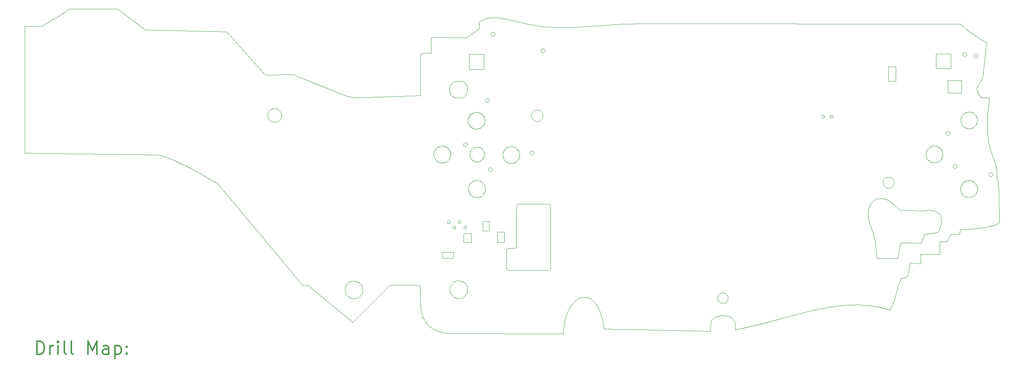
<source format=gbr>
%FSLAX45Y45*%
G04 Gerber Fmt 4.5, Leading zero omitted, Abs format (unit mm)*
G04 Created by KiCad (PCBNEW (5.1.6)-1) date 2020-06-07 23:22:44*
%MOMM*%
%LPD*%
G01*
G04 APERTURE LIST*
%TA.AperFunction,Profile*%
%ADD10C,0.100000*%
%TD*%
%ADD11C,0.200000*%
%ADD12C,0.300000*%
G04 APERTURE END LIST*
D10*
X9130175Y-900761D02*
X9156894Y-895794D01*
X9156894Y-895794D02*
X9188002Y-892534D01*
X9188002Y-892534D02*
X9260294Y-890292D01*
X9260294Y-890292D02*
X9340866Y-892351D01*
X9340866Y-892351D02*
X9423531Y-897027D01*
X9423531Y-897027D02*
X9570395Y-907492D01*
X9570395Y-907492D02*
X9622222Y-909913D01*
X9622222Y-909913D02*
X9640028Y-909683D01*
X9640028Y-909683D02*
X9651398Y-908213D01*
X9651398Y-908213D02*
X9688018Y-899997D01*
X9688018Y-899997D02*
X9724218Y-895245D01*
X9724218Y-895245D02*
X9759752Y-893624D01*
X9759752Y-893624D02*
X9794372Y-894803D01*
X9794372Y-894803D02*
X9827832Y-898449D01*
X9827832Y-898449D02*
X9859884Y-904230D01*
X9859884Y-904230D02*
X9890282Y-911814D01*
X9890282Y-911814D02*
X9918778Y-920868D01*
X9918778Y-920868D02*
X9945126Y-931061D01*
X9945126Y-931061D02*
X9969079Y-942060D01*
X9969079Y-942060D02*
X9990390Y-953534D01*
X9990390Y-953534D02*
X10008812Y-965150D01*
X10008812Y-965150D02*
X10024097Y-976576D01*
X10024097Y-976576D02*
X10035999Y-987480D01*
X10035999Y-987480D02*
X10044269Y-997531D01*
X10044269Y-997531D02*
X10048659Y-1006395D01*
X10048659Y-1006395D02*
X10060917Y-1053712D01*
X10060917Y-1053712D02*
X10069287Y-1100513D01*
X10069287Y-1100513D02*
X10072867Y-1147387D01*
X10072867Y-1147387D02*
X10072567Y-1171037D01*
X10072567Y-1171037D02*
X10070737Y-1194925D01*
X10070737Y-1194925D02*
X10067257Y-1219128D01*
X10067257Y-1219128D02*
X10062017Y-1243717D01*
X10062017Y-1243717D02*
X10054897Y-1268766D01*
X10054897Y-1268766D02*
X10045787Y-1294350D01*
X10045787Y-1294350D02*
X10034577Y-1320543D01*
X10034577Y-1320543D02*
X10021152Y-1347417D01*
X10021152Y-1347417D02*
X10005398Y-1375046D01*
X10005398Y-1375046D02*
X9987203Y-1403505D01*
X9987203Y-1403505D02*
X9682270Y-1450078D01*
X9682270Y-1450078D02*
X9613023Y-1644382D01*
X9613023Y-1644382D02*
X9413687Y-1644112D01*
X9413687Y-1644112D02*
X9255235Y-1641938D01*
X9255235Y-1641938D02*
X9187773Y-1639803D01*
X9187773Y-1639803D02*
X9138233Y-1636765D01*
X9138233Y-1636765D02*
X9066590Y-2006095D01*
X9066590Y-2006095D02*
X8592223Y-2006095D01*
X8592223Y-2006095D02*
X8561212Y-1698973D01*
X8561212Y-1698973D02*
X8560312Y-1665572D01*
X8560312Y-1665572D02*
X8557312Y-1632086D01*
X8557312Y-1632086D02*
X8552422Y-1598525D01*
X8552422Y-1598525D02*
X8545862Y-1564897D01*
X8545862Y-1564897D02*
X8528599Y-1497476D01*
X8528599Y-1497476D02*
X8507266Y-1429892D01*
X8507266Y-1429892D02*
X8459366Y-1294514D01*
X8459366Y-1294514D02*
X8436289Y-1226860D01*
X8436289Y-1226860D02*
X8416118Y-1159322D01*
X8416118Y-1159322D02*
X8400600Y-1091970D01*
X8400600Y-1091970D02*
X8395130Y-1058386D01*
X8395130Y-1058386D02*
X8391480Y-1024874D01*
X8391480Y-1024874D02*
X8389860Y-991444D01*
X8389860Y-991444D02*
X8390460Y-958104D01*
X8390460Y-958104D02*
X8393570Y-924863D01*
X8393570Y-924863D02*
X8399370Y-891729D01*
X8399370Y-891729D02*
X8408070Y-858712D01*
X8408070Y-858712D02*
X8419899Y-825820D01*
X8419899Y-825820D02*
X8435072Y-793061D01*
X8435072Y-793061D02*
X8453806Y-760445D01*
X8453806Y-760445D02*
X8476319Y-727980D01*
X8476319Y-727980D02*
X8502830Y-695675D01*
X8502830Y-695675D02*
X8533557Y-663539D01*
X8533557Y-663539D02*
X8568717Y-631580D01*
X8568717Y-631580D02*
X8594552Y-634666D01*
X8594552Y-634666D02*
X8618250Y-634578D01*
X8618250Y-634578D02*
X8662123Y-629173D01*
X8662123Y-629173D02*
X8683744Y-626001D01*
X8683744Y-626001D02*
X8706116Y-623945D01*
X8706116Y-623945D02*
X8729963Y-624075D01*
X8729963Y-624075D02*
X8756007Y-627470D01*
X8756007Y-627470D02*
X8784969Y-635199D01*
X8784969Y-635199D02*
X8817573Y-648335D01*
X8817573Y-648335D02*
X8854540Y-667951D01*
X8854540Y-667951D02*
X8896592Y-695118D01*
X8896592Y-695118D02*
X8944453Y-730910D01*
X8944453Y-730910D02*
X8998845Y-776398D01*
X8998845Y-776398D02*
X9060488Y-832655D01*
X9060488Y-832655D02*
X9130107Y-900755D01*
X9130107Y-900755D02*
X9130107Y-900754D01*
X9130107Y-900754D02*
X9130175Y-900761D01*
X8853404Y2399514D02*
X9027755Y2399514D01*
X9027755Y2399514D02*
X9027755Y2073022D01*
X9027755Y2073022D02*
X8853404Y2073022D01*
X8853404Y2073022D02*
X8853404Y2399514D01*
X8853404Y2399514D02*
X8853404Y2399514D01*
X10222334Y2083709D02*
X10536451Y2083709D01*
X10536451Y2083709D02*
X10536451Y1795843D01*
X10536451Y1795843D02*
X10222334Y1795843D01*
X10222334Y1795843D02*
X10222334Y2083709D01*
X10222334Y2083709D02*
X10222334Y2083709D01*
X8990463Y-257785D02*
X8987953Y-283147D01*
X8987953Y-283147D02*
X8980613Y-307303D01*
X8980613Y-307303D02*
X8968723Y-329575D01*
X8968723Y-329575D02*
X8952563Y-349283D01*
X8952563Y-349283D02*
X8932855Y-365442D01*
X8932855Y-365442D02*
X8910583Y-377333D01*
X8910583Y-377333D02*
X8886427Y-384674D01*
X8886427Y-384674D02*
X8861065Y-387183D01*
X8861065Y-387183D02*
X8834987Y-384554D01*
X8834987Y-384554D02*
X8810698Y-377014D01*
X8810698Y-377014D02*
X8788718Y-365083D01*
X8788718Y-365083D02*
X8769567Y-349283D01*
X8769567Y-349283D02*
X8753767Y-330132D01*
X8753767Y-330132D02*
X8741837Y-308152D01*
X8741837Y-308152D02*
X8734297Y-283863D01*
X8734297Y-283863D02*
X8731667Y-257785D01*
X8731667Y-257785D02*
X8734297Y-231707D01*
X8734297Y-231707D02*
X8741837Y-207418D01*
X8741837Y-207418D02*
X8753767Y-185438D01*
X8753767Y-185438D02*
X8769567Y-166287D01*
X8769567Y-166287D02*
X8788718Y-150487D01*
X8788718Y-150487D02*
X8810698Y-138556D01*
X8810698Y-138556D02*
X8834987Y-131016D01*
X8834987Y-131016D02*
X8861065Y-128387D01*
X8861065Y-128387D02*
X8886427Y-130896D01*
X8886427Y-130896D02*
X8910583Y-138237D01*
X8910583Y-138237D02*
X8932855Y-150128D01*
X8932855Y-150128D02*
X8952563Y-166287D01*
X8952563Y-166287D02*
X8968723Y-185995D01*
X8968723Y-185995D02*
X8980613Y-208267D01*
X8980613Y-208267D02*
X8987953Y-232423D01*
X8987953Y-232423D02*
X8990463Y-257785D01*
X8990463Y-257785D02*
X8990463Y-257785D01*
X8990463Y-257785D02*
X8990463Y-257785D01*
X-431981Y-1147848D02*
X-285265Y-1147848D01*
X-285265Y-1147848D02*
X-285265Y-1363854D01*
X-285265Y-1363854D02*
X-431981Y-1363854D01*
X-431981Y-1363854D02*
X-431981Y-1147848D01*
X-431981Y-1147848D02*
X-431981Y-1147848D01*
X1078141Y-2270325D02*
X1089595Y-2265454D01*
X1089595Y-2265454D02*
X1101111Y-2257729D01*
X1101111Y-2257729D02*
X1107141Y-2250835D01*
X1107141Y-2250835D02*
X1111751Y-2241094D01*
X1111751Y-2241094D02*
X1115131Y-2227662D01*
X1115131Y-2227662D02*
X1117471Y-2209692D01*
X1117471Y-2209692D02*
X1119821Y-2156761D01*
X1119821Y-2156761D02*
X1120321Y-2075536D01*
X1120321Y-2075536D02*
X1119261Y-1133343D01*
X1119261Y-1133343D02*
X1117971Y-921630D01*
X1117971Y-921630D02*
X1117271Y-836443D01*
X1117271Y-836443D02*
X1115101Y-791411D01*
X1115101Y-791411D02*
X1112911Y-779125D01*
X1112911Y-779125D02*
X1109691Y-771085D01*
X1109691Y-771085D02*
X1105221Y-765359D01*
X1105221Y-765359D02*
X1099281Y-760016D01*
X1099281Y-760016D02*
X1093111Y-756279D01*
X1093111Y-756279D02*
X1083851Y-753197D01*
X1083851Y-753197D02*
X1054443Y-748861D01*
X1054443Y-748861D02*
X1007807Y-746733D01*
X1007807Y-746733D02*
X940699Y-746533D01*
X940699Y-746533D02*
X834229Y-747033D01*
X834229Y-747033D02*
X553031Y-746693D01*
X553031Y-746693D02*
X430564Y-747694D01*
X430564Y-747694D02*
X377041Y-749220D01*
X377041Y-749220D02*
X366146Y-754804D01*
X366146Y-754804D02*
X354918Y-763119D01*
X354918Y-763119D02*
X345808Y-772082D01*
X345808Y-772082D02*
X341268Y-779612D01*
X341268Y-779612D02*
X338918Y-820912D01*
X338918Y-820912D02*
X335158Y-979116D01*
X335158Y-979116D02*
X333578Y-1129164D01*
X333578Y-1129164D02*
X334178Y-1483863D01*
X334178Y-1483863D02*
X334678Y-1667589D01*
X334678Y-1667589D02*
X334178Y-1715956D01*
X334178Y-1715956D02*
X332648Y-1743170D01*
X332648Y-1743170D02*
X329748Y-1755116D01*
X329748Y-1755116D02*
X327668Y-1757202D01*
X327668Y-1757202D02*
X325108Y-1757682D01*
X325108Y-1757682D02*
X318368Y-1756742D01*
X318368Y-1756742D02*
X309158Y-1758187D01*
X309158Y-1758187D02*
X302008Y-1762150D01*
X302008Y-1762150D02*
X295148Y-1764583D01*
X295148Y-1764583D02*
X232219Y-1768022D01*
X232219Y-1768022D02*
X159494Y-1771330D01*
X159494Y-1771330D02*
X145464Y-1773433D01*
X145464Y-1773433D02*
X137694Y-1776621D01*
X137694Y-1776621D02*
X121465Y-1789066D01*
X121465Y-1789066D02*
X116255Y-1795734D01*
X116255Y-1795734D02*
X113315Y-1802351D01*
X113315Y-1802351D02*
X111325Y-2031731D01*
X111325Y-2031731D02*
X111425Y-2147608D01*
X111425Y-2147608D02*
X113545Y-2214059D01*
X113545Y-2214059D02*
X116095Y-2233805D01*
X116095Y-2233805D02*
X120045Y-2247261D01*
X120045Y-2247261D02*
X125685Y-2256450D01*
X125685Y-2256450D02*
X133315Y-2263393D01*
X133315Y-2263393D02*
X144820Y-2271972D01*
X144820Y-2271972D02*
X205293Y-2273388D01*
X205293Y-2273388D02*
X386665Y-2274430D01*
X386665Y-2274430D02*
X678599Y-2273970D01*
X678599Y-2273970D02*
X952046Y-2272452D01*
X952046Y-2272452D02*
X1077956Y-2270333D01*
X1077956Y-2270333D02*
X1078156Y-2270327D01*
X1078156Y-2270327D02*
X1078141Y-2270325D01*
X-104265Y-1392437D02*
X63448Y-1392437D01*
X63448Y-1392437D02*
X63448Y-1627030D01*
X63448Y-1627030D02*
X-104265Y-1627030D01*
X-104265Y-1627030D02*
X-104265Y-1392437D01*
X-104265Y-1392437D02*
X-104265Y-1392437D01*
X-870729Y-1424400D02*
X-696269Y-1424400D01*
X-696269Y-1424400D02*
X-696269Y-1629700D01*
X-696269Y-1629700D02*
X-870729Y-1629700D01*
X-870729Y-1629700D02*
X-870729Y-1424400D01*
X-870729Y-1424400D02*
X-870729Y-1424400D01*
X-1357584Y-1858929D02*
X-1108822Y-1858929D01*
X-1108822Y-1858929D02*
X-1108822Y-1996195D01*
X-1108822Y-1996195D02*
X-1357584Y-1996195D01*
X-1357584Y-1996195D02*
X-1357584Y-1858929D01*
X-1357584Y-1858929D02*
X-1357584Y-1858929D01*
X-746218Y2688208D02*
X-402974Y2688208D01*
X-402974Y2688208D02*
X-402974Y2344964D01*
X-402974Y2344964D02*
X-746218Y2344964D01*
X-746218Y2344964D02*
X-746218Y2688208D01*
X-746218Y2688208D02*
X-746218Y2688208D01*
X9949397Y2693118D02*
X10291494Y2693118D01*
X10291494Y2693118D02*
X10291494Y2358763D01*
X10291494Y2358763D02*
X9949397Y2358763D01*
X9949397Y2358763D02*
X9949397Y2693118D01*
X9949397Y2693118D02*
X9949397Y2693118D01*
X-5044351Y1285480D02*
X-5045151Y1269366D01*
X-5045151Y1269366D02*
X-5047541Y1253718D01*
X-5047541Y1253718D02*
X-5051421Y1238614D01*
X-5051421Y1238614D02*
X-5056721Y1224135D01*
X-5056721Y1224135D02*
X-5071252Y1197364D01*
X-5071252Y1197364D02*
X-5090496Y1174040D01*
X-5090496Y1174040D02*
X-5113820Y1154795D01*
X-5113820Y1154795D02*
X-5140591Y1140265D01*
X-5140591Y1140265D02*
X-5155071Y1134965D01*
X-5155071Y1134965D02*
X-5170174Y1131081D01*
X-5170174Y1131081D02*
X-5185822Y1128693D01*
X-5185822Y1128693D02*
X-5201936Y1127883D01*
X-5201936Y1127883D02*
X-5218050Y1128693D01*
X-5218050Y1128693D02*
X-5233698Y1131081D01*
X-5233698Y1131081D02*
X-5248801Y1134965D01*
X-5248801Y1134965D02*
X-5263281Y1140265D01*
X-5263281Y1140265D02*
X-5290052Y1154795D01*
X-5290052Y1154795D02*
X-5313376Y1174040D01*
X-5313376Y1174040D02*
X-5332620Y1197364D01*
X-5332620Y1197364D02*
X-5347151Y1224135D01*
X-5347151Y1224135D02*
X-5352451Y1238614D01*
X-5352451Y1238614D02*
X-5356331Y1253718D01*
X-5356331Y1253718D02*
X-5358721Y1269366D01*
X-5358721Y1269366D02*
X-5359521Y1285480D01*
X-5359521Y1285480D02*
X-5358721Y1301593D01*
X-5358721Y1301593D02*
X-5356331Y1317242D01*
X-5356331Y1317242D02*
X-5352451Y1332345D01*
X-5352451Y1332345D02*
X-5347151Y1346825D01*
X-5347151Y1346825D02*
X-5332620Y1373595D01*
X-5332620Y1373595D02*
X-5313376Y1396920D01*
X-5313376Y1396920D02*
X-5290052Y1416164D01*
X-5290052Y1416164D02*
X-5263281Y1430695D01*
X-5263281Y1430695D02*
X-5248801Y1435995D01*
X-5248801Y1435995D02*
X-5233698Y1439879D01*
X-5233698Y1439879D02*
X-5218050Y1442267D01*
X-5218050Y1442267D02*
X-5201936Y1443077D01*
X-5201936Y1443077D02*
X-5185822Y1442267D01*
X-5185822Y1442267D02*
X-5170174Y1439879D01*
X-5170174Y1439879D02*
X-5155071Y1435995D01*
X-5155071Y1435995D02*
X-5140591Y1430695D01*
X-5140591Y1430695D02*
X-5113820Y1416164D01*
X-5113820Y1416164D02*
X-5090496Y1396920D01*
X-5090496Y1396920D02*
X-5071252Y1373595D01*
X-5071252Y1373595D02*
X-5056721Y1346825D01*
X-5056721Y1346825D02*
X-5051421Y1332345D01*
X-5051421Y1332345D02*
X-5047541Y1317242D01*
X-5047541Y1317242D02*
X-5045151Y1301593D01*
X-5045151Y1301593D02*
X-5044351Y1285480D01*
X-5044351Y1285480D02*
X-5044351Y1285480D01*
X-5044351Y1285480D02*
X-5044351Y1285480D01*
X944503Y1280924D02*
X941813Y1254260D01*
X941813Y1254260D02*
X934103Y1229425D01*
X934103Y1229425D02*
X921905Y1206951D01*
X921905Y1206951D02*
X905749Y1187371D01*
X905749Y1187371D02*
X886168Y1171215D01*
X886168Y1171215D02*
X863695Y1159017D01*
X863695Y1159017D02*
X838860Y1151308D01*
X838860Y1151308D02*
X812196Y1148620D01*
X812196Y1148620D02*
X785532Y1151308D01*
X785532Y1151308D02*
X760697Y1159017D01*
X760697Y1159017D02*
X738224Y1171215D01*
X738224Y1171215D02*
X718643Y1187371D01*
X718643Y1187371D02*
X702487Y1206951D01*
X702487Y1206951D02*
X690289Y1229425D01*
X690289Y1229425D02*
X682579Y1254260D01*
X682579Y1254260D02*
X679889Y1280924D01*
X679889Y1280924D02*
X682579Y1307588D01*
X682579Y1307588D02*
X690289Y1332423D01*
X690289Y1332423D02*
X702487Y1354896D01*
X702487Y1354896D02*
X718643Y1374477D01*
X718643Y1374477D02*
X738224Y1390633D01*
X738224Y1390633D02*
X760697Y1402831D01*
X760697Y1402831D02*
X785532Y1410540D01*
X785532Y1410540D02*
X812196Y1413228D01*
X812196Y1413228D02*
X838860Y1410540D01*
X838860Y1410540D02*
X863695Y1402831D01*
X863695Y1402831D02*
X886168Y1390633D01*
X886168Y1390633D02*
X905749Y1374477D01*
X905749Y1374477D02*
X921905Y1354896D01*
X921905Y1354896D02*
X934103Y1332423D01*
X934103Y1332423D02*
X941813Y1307588D01*
X941813Y1307588D02*
X944503Y1280924D01*
X944503Y1280924D02*
X944503Y1280924D01*
X944503Y1280924D02*
X944503Y1280924D01*
X5185036Y-2908460D02*
X5182576Y-2932861D01*
X5182576Y-2932861D02*
X5175526Y-2955587D01*
X5175526Y-2955587D02*
X5164363Y-2976154D01*
X5164363Y-2976154D02*
X5149579Y-2994072D01*
X5149579Y-2994072D02*
X5131661Y-3008857D01*
X5131661Y-3008857D02*
X5111095Y-3020020D01*
X5111095Y-3020020D02*
X5088368Y-3027075D01*
X5088368Y-3027075D02*
X5063967Y-3029535D01*
X5063967Y-3029535D02*
X5040236Y-3027187D01*
X5040236Y-3027187D02*
X5017634Y-3020319D01*
X5017634Y-3020319D02*
X4996795Y-3009193D01*
X4996795Y-3009193D02*
X4978354Y-2994073D01*
X4978354Y-2994073D02*
X4963234Y-2975633D01*
X4963234Y-2975633D02*
X4952108Y-2954794D01*
X4952108Y-2954794D02*
X4945238Y-2932191D01*
X4945238Y-2932191D02*
X4942888Y-2908460D01*
X4942888Y-2908460D02*
X4945238Y-2884729D01*
X4945238Y-2884729D02*
X4952108Y-2862127D01*
X4952108Y-2862127D02*
X4963234Y-2841288D01*
X4963234Y-2841288D02*
X4978354Y-2822847D01*
X4978354Y-2822847D02*
X4996795Y-2807727D01*
X4996795Y-2807727D02*
X5017634Y-2796601D01*
X5017634Y-2796601D02*
X5040236Y-2789734D01*
X5040236Y-2789734D02*
X5063967Y-2787386D01*
X5063967Y-2787386D02*
X5088368Y-2789846D01*
X5088368Y-2789846D02*
X5111095Y-2796900D01*
X5111095Y-2796900D02*
X5131661Y-2808064D01*
X5131661Y-2808064D02*
X5149579Y-2822848D01*
X5149579Y-2822848D02*
X5164364Y-2840767D01*
X5164364Y-2840767D02*
X5175526Y-2861333D01*
X5175526Y-2861333D02*
X5182576Y-2884060D01*
X5182576Y-2884060D02*
X5185036Y-2908460D01*
X5185036Y-2908460D02*
X5185036Y-2908460D01*
X5185036Y-2908460D02*
X5185036Y-2908460D01*
X-883249Y1698233D02*
X-865356Y1710785D01*
X-865356Y1710785D02*
X-844849Y1729635D01*
X-844849Y1729635D02*
X-825469Y1751009D01*
X-825469Y1751009D02*
X-810961Y1771131D01*
X-810961Y1771131D02*
X-800819Y1791259D01*
X-800819Y1791259D02*
X-791679Y1813969D01*
X-791679Y1813969D02*
X-787109Y1828440D01*
X-787109Y1828440D02*
X-784599Y1841216D01*
X-784599Y1841216D02*
X-783409Y1880310D01*
X-783409Y1880310D02*
X-784759Y1918148D01*
X-784759Y1918148D02*
X-786899Y1929951D01*
X-786899Y1929951D02*
X-790539Y1941504D01*
X-790539Y1941504D02*
X-806352Y1977758D01*
X-806352Y1977758D02*
X-825531Y2008135D01*
X-825531Y2008135D02*
X-836334Y2021055D01*
X-836334Y2021055D02*
X-847921Y2032430D01*
X-847921Y2032430D02*
X-860272Y2042233D01*
X-860272Y2042233D02*
X-873367Y2050439D01*
X-873367Y2050439D02*
X-894386Y2059776D01*
X-894386Y2059776D02*
X-918863Y2064078D01*
X-918863Y2064078D02*
X-955493Y2066105D01*
X-955493Y2066105D02*
X-1003260Y2066725D01*
X-1003260Y2066725D02*
X-1047040Y2065955D01*
X-1047040Y2065955D02*
X-1071708Y2063828D01*
X-1071708Y2063828D02*
X-1082398Y2058967D01*
X-1082398Y2058967D02*
X-1097776Y2049589D01*
X-1097776Y2049589D02*
X-1133618Y2023176D01*
X-1133618Y2023176D02*
X-1144327Y2012708D01*
X-1144327Y2012708D02*
X-1155528Y1998738D01*
X-1155528Y1998738D02*
X-1166601Y1982120D01*
X-1166601Y1982120D02*
X-1176924Y1963707D01*
X-1176924Y1963707D02*
X-1183304Y1949753D01*
X-1183304Y1949753D02*
X-1188144Y1934185D01*
X-1188144Y1934185D02*
X-1197924Y1879135D01*
X-1197924Y1879135D02*
X-1198224Y1864001D01*
X-1198224Y1864001D02*
X-1195404Y1845733D01*
X-1195404Y1845733D02*
X-1189954Y1826394D01*
X-1189954Y1826394D02*
X-1182334Y1808046D01*
X-1182334Y1808046D02*
X-1165145Y1769905D01*
X-1165145Y1769905D02*
X-1155255Y1752661D01*
X-1155255Y1752661D02*
X-1139106Y1733505D01*
X-1139106Y1733505D02*
X-1119808Y1715687D01*
X-1119808Y1715687D02*
X-1100479Y1702460D01*
X-1100479Y1702460D02*
X-1082617Y1695024D01*
X-1082617Y1695024D02*
X-1058678Y1690766D01*
X-1058678Y1690766D02*
X-1021490Y1688977D01*
X-1021490Y1688977D02*
X-963880Y1688948D01*
X-963880Y1688948D02*
X-899701Y1689508D01*
X-899701Y1689508D02*
X-883283Y1698227D01*
X-883283Y1698227D02*
X-883284Y1698231D01*
X-883284Y1698231D02*
X-883249Y1698233D01*
X411604Y374686D02*
X410604Y354895D01*
X410604Y354895D02*
X407674Y335676D01*
X407674Y335676D02*
X402904Y317125D01*
X402904Y317125D02*
X396394Y299341D01*
X396394Y299341D02*
X388244Y282420D01*
X388244Y282420D02*
X378554Y266461D01*
X378554Y266461D02*
X367411Y251559D01*
X367411Y251559D02*
X354917Y237813D01*
X354917Y237813D02*
X341171Y225320D01*
X341171Y225320D02*
X326270Y214176D01*
X326270Y214176D02*
X310310Y204480D01*
X310310Y204480D02*
X293389Y196329D01*
X293389Y196329D02*
X275605Y189820D01*
X275605Y189820D02*
X257055Y185050D01*
X257055Y185050D02*
X237835Y182117D01*
X237835Y182117D02*
X218044Y181117D01*
X218044Y181117D02*
X198912Y182067D01*
X198912Y182067D02*
X180104Y184874D01*
X180104Y184874D02*
X161747Y189487D01*
X161747Y189487D02*
X143968Y195854D01*
X143968Y195854D02*
X126894Y203923D01*
X126894Y203923D02*
X110652Y213641D01*
X110652Y213641D02*
X95368Y224956D01*
X95368Y224956D02*
X81170Y237815D01*
X81170Y237815D02*
X68312Y252013D01*
X68312Y252013D02*
X56997Y267296D01*
X56997Y267296D02*
X47277Y283539D01*
X47277Y283539D02*
X39207Y300613D01*
X39207Y300613D02*
X32837Y318392D01*
X32837Y318392D02*
X28227Y336749D01*
X28227Y336749D02*
X25417Y355556D01*
X25417Y355556D02*
X24517Y374688D01*
X24517Y374688D02*
X25417Y393820D01*
X25417Y393820D02*
X28227Y412628D01*
X28227Y412628D02*
X32837Y430985D01*
X32837Y430985D02*
X39207Y448764D01*
X39207Y448764D02*
X47277Y465838D01*
X47277Y465838D02*
X56997Y482080D01*
X56997Y482080D02*
X68312Y497364D01*
X68312Y497364D02*
X81170Y511562D01*
X81170Y511562D02*
X95368Y524421D01*
X95368Y524421D02*
X110652Y535735D01*
X110652Y535735D02*
X126894Y545453D01*
X126894Y545453D02*
X143968Y553522D01*
X143968Y553522D02*
X161747Y559890D01*
X161747Y559890D02*
X180104Y564503D01*
X180104Y564503D02*
X198912Y567309D01*
X198912Y567309D02*
X218044Y568259D01*
X218044Y568259D02*
X237835Y567259D01*
X237835Y567259D02*
X257055Y564326D01*
X257055Y564326D02*
X275605Y559556D01*
X275605Y559556D02*
X293389Y553047D01*
X293389Y553047D02*
X310310Y544896D01*
X310310Y544896D02*
X326270Y535200D01*
X326270Y535200D02*
X341171Y524057D01*
X341171Y524057D02*
X354917Y511564D01*
X354917Y511564D02*
X367411Y497818D01*
X367411Y497818D02*
X378554Y482916D01*
X378554Y482916D02*
X388244Y466956D01*
X388244Y466956D02*
X396394Y450036D01*
X396394Y450036D02*
X402904Y432252D01*
X402904Y432252D02*
X407674Y413701D01*
X407674Y413701D02*
X410604Y394482D01*
X410604Y394482D02*
X411604Y374690D01*
X411604Y374690D02*
X411604Y374690D01*
X411604Y374690D02*
X411604Y374686D01*
X-1168619Y387550D02*
X-1169619Y367759D01*
X-1169619Y367759D02*
X-1172549Y348539D01*
X-1172549Y348539D02*
X-1177319Y329989D01*
X-1177319Y329989D02*
X-1183829Y312205D01*
X-1183829Y312205D02*
X-1191979Y295284D01*
X-1191979Y295284D02*
X-1201679Y279324D01*
X-1201679Y279324D02*
X-1212822Y264423D01*
X-1212822Y264423D02*
X-1225316Y250676D01*
X-1225316Y250676D02*
X-1239062Y238183D01*
X-1239062Y238183D02*
X-1253963Y227040D01*
X-1253963Y227040D02*
X-1269923Y217344D01*
X-1269923Y217344D02*
X-1286844Y209193D01*
X-1286844Y209193D02*
X-1304628Y202684D01*
X-1304628Y202684D02*
X-1323178Y197914D01*
X-1323178Y197914D02*
X-1342398Y194981D01*
X-1342398Y194981D02*
X-1362189Y193981D01*
X-1362189Y193981D02*
X-1381321Y194931D01*
X-1381321Y194931D02*
X-1400129Y197738D01*
X-1400129Y197738D02*
X-1418486Y202351D01*
X-1418486Y202351D02*
X-1436265Y208719D01*
X-1436265Y208719D02*
X-1453339Y216788D01*
X-1453339Y216788D02*
X-1469581Y226506D01*
X-1469581Y226506D02*
X-1484865Y237821D01*
X-1484865Y237821D02*
X-1499063Y250679D01*
X-1499063Y250679D02*
X-1511921Y264877D01*
X-1511921Y264877D02*
X-1523236Y280161D01*
X-1523236Y280161D02*
X-1532956Y296403D01*
X-1532956Y296403D02*
X-1541026Y313478D01*
X-1541026Y313478D02*
X-1547396Y331257D01*
X-1547396Y331257D02*
X-1552006Y349613D01*
X-1552006Y349613D02*
X-1554816Y368421D01*
X-1554816Y368421D02*
X-1555716Y387553D01*
X-1555716Y387553D02*
X-1554816Y406685D01*
X-1554816Y406685D02*
X-1552006Y425493D01*
X-1552006Y425493D02*
X-1547396Y443850D01*
X-1547396Y443850D02*
X-1541026Y461629D01*
X-1541026Y461629D02*
X-1532956Y478703D01*
X-1532956Y478703D02*
X-1523236Y494945D01*
X-1523236Y494945D02*
X-1511921Y510229D01*
X-1511921Y510229D02*
X-1499063Y524427D01*
X-1499063Y524427D02*
X-1484865Y537285D01*
X-1484865Y537285D02*
X-1469581Y548600D01*
X-1469581Y548600D02*
X-1453339Y558318D01*
X-1453339Y558318D02*
X-1436265Y566387D01*
X-1436265Y566387D02*
X-1418486Y572754D01*
X-1418486Y572754D02*
X-1400129Y577367D01*
X-1400129Y577367D02*
X-1381321Y580173D01*
X-1381321Y580173D02*
X-1362189Y581123D01*
X-1362189Y581123D02*
X-1342398Y580123D01*
X-1342398Y580123D02*
X-1323178Y577190D01*
X-1323178Y577190D02*
X-1304628Y572420D01*
X-1304628Y572420D02*
X-1286844Y565911D01*
X-1286844Y565911D02*
X-1269923Y557760D01*
X-1269923Y557760D02*
X-1253963Y548064D01*
X-1253963Y548064D02*
X-1239062Y536921D01*
X-1239062Y536921D02*
X-1225316Y524428D01*
X-1225316Y524428D02*
X-1212823Y510682D01*
X-1212823Y510682D02*
X-1201679Y495780D01*
X-1201679Y495780D02*
X-1191979Y479820D01*
X-1191979Y479820D02*
X-1183829Y462900D01*
X-1183829Y462900D02*
X-1177319Y445115D01*
X-1177319Y445115D02*
X-1172549Y426565D01*
X-1172549Y426565D02*
X-1169619Y407345D01*
X-1169619Y407345D02*
X-1168619Y387554D01*
X-1168619Y387554D02*
X-1168619Y387554D01*
X-1168619Y387554D02*
X-1168619Y387550D01*
X-383949Y1164286D02*
X-384849Y1145154D01*
X-384849Y1145154D02*
X-387659Y1126346D01*
X-387659Y1126346D02*
X-392269Y1107989D01*
X-392269Y1107989D02*
X-398639Y1090210D01*
X-398639Y1090210D02*
X-406709Y1073136D01*
X-406709Y1073136D02*
X-416429Y1056894D01*
X-416429Y1056894D02*
X-427744Y1041610D01*
X-427744Y1041610D02*
X-440602Y1027412D01*
X-440602Y1027412D02*
X-454800Y1014553D01*
X-454800Y1014553D02*
X-470084Y1003239D01*
X-470084Y1003239D02*
X-486326Y993521D01*
X-486326Y993521D02*
X-503400Y985452D01*
X-503400Y985452D02*
X-521179Y979085D01*
X-521179Y979085D02*
X-539536Y974472D01*
X-539536Y974472D02*
X-558344Y971666D01*
X-558344Y971666D02*
X-577476Y970716D01*
X-577476Y970716D02*
X-597267Y971716D01*
X-597267Y971716D02*
X-616487Y974649D01*
X-616487Y974649D02*
X-635037Y979419D01*
X-635037Y979419D02*
X-652821Y985928D01*
X-652821Y985928D02*
X-669742Y994079D01*
X-669742Y994079D02*
X-685702Y1003775D01*
X-685702Y1003775D02*
X-700603Y1014918D01*
X-700603Y1014918D02*
X-714349Y1027411D01*
X-714349Y1027411D02*
X-726842Y1041157D01*
X-726842Y1041157D02*
X-737986Y1056059D01*
X-737986Y1056059D02*
X-747676Y1072018D01*
X-747676Y1072018D02*
X-755826Y1088939D01*
X-755826Y1088939D02*
X-762336Y1106723D01*
X-762336Y1106723D02*
X-767106Y1125274D01*
X-767106Y1125274D02*
X-770036Y1144493D01*
X-770036Y1144493D02*
X-771036Y1164285D01*
X-771036Y1164285D02*
X-770036Y1184076D01*
X-770036Y1184076D02*
X-767106Y1203295D01*
X-767106Y1203295D02*
X-762336Y1221846D01*
X-762336Y1221846D02*
X-755826Y1239630D01*
X-755826Y1239630D02*
X-747676Y1256551D01*
X-747676Y1256551D02*
X-737986Y1272510D01*
X-737986Y1272510D02*
X-726843Y1287412D01*
X-726843Y1287412D02*
X-714349Y1301158D01*
X-714349Y1301158D02*
X-700603Y1313651D01*
X-700603Y1313651D02*
X-685702Y1324794D01*
X-685702Y1324794D02*
X-669742Y1334490D01*
X-669742Y1334490D02*
X-652821Y1342641D01*
X-652821Y1342641D02*
X-635037Y1349150D01*
X-635037Y1349150D02*
X-616487Y1353920D01*
X-616487Y1353920D02*
X-597267Y1356853D01*
X-597267Y1356853D02*
X-577476Y1357853D01*
X-577476Y1357853D02*
X-558344Y1356903D01*
X-558344Y1356903D02*
X-539536Y1354096D01*
X-539536Y1354096D02*
X-521179Y1349483D01*
X-521179Y1349483D02*
X-503400Y1343116D01*
X-503400Y1343116D02*
X-486326Y1335047D01*
X-486326Y1335047D02*
X-470084Y1325329D01*
X-470084Y1325329D02*
X-454800Y1314015D01*
X-454800Y1314015D02*
X-440602Y1301156D01*
X-440602Y1301156D02*
X-427744Y1286958D01*
X-427744Y1286958D02*
X-416429Y1271675D01*
X-416429Y1271675D02*
X-406709Y1255432D01*
X-406709Y1255432D02*
X-398639Y1238358D01*
X-398639Y1238358D02*
X-392269Y1220579D01*
X-392269Y1220579D02*
X-387659Y1202222D01*
X-387659Y1202222D02*
X-384849Y1183414D01*
X-384849Y1183414D02*
X-383949Y1164282D01*
X-383949Y1164282D02*
X-383949Y1164282D01*
X-383949Y1164282D02*
X-383949Y1164286D01*
X-371918Y-405292D02*
X-372928Y-425314D01*
X-372928Y-425314D02*
X-375898Y-444758D01*
X-375898Y-444758D02*
X-380728Y-463525D01*
X-380728Y-463525D02*
X-387318Y-481516D01*
X-387318Y-481516D02*
X-395568Y-498634D01*
X-395568Y-498634D02*
X-405378Y-514780D01*
X-405378Y-514780D02*
X-416651Y-529855D01*
X-416651Y-529855D02*
X-429290Y-543761D01*
X-429290Y-543761D02*
X-443196Y-556400D01*
X-443196Y-556400D02*
X-458271Y-567673D01*
X-458271Y-567673D02*
X-474417Y-577482D01*
X-474417Y-577482D02*
X-491534Y-585728D01*
X-491534Y-585728D02*
X-509526Y-592313D01*
X-509526Y-592313D02*
X-528293Y-597138D01*
X-528293Y-597138D02*
X-547736Y-600106D01*
X-547736Y-600106D02*
X-567758Y-601117D01*
X-567758Y-601117D02*
X-587780Y-600106D01*
X-587780Y-600106D02*
X-607223Y-597138D01*
X-607223Y-597138D02*
X-625990Y-592313D01*
X-625990Y-592313D02*
X-643982Y-585728D01*
X-643982Y-585728D02*
X-661099Y-577482D01*
X-661099Y-577482D02*
X-677245Y-567673D01*
X-677245Y-567673D02*
X-692320Y-556400D01*
X-692320Y-556400D02*
X-706226Y-543761D01*
X-706226Y-543761D02*
X-718865Y-529855D01*
X-718865Y-529855D02*
X-730138Y-514780D01*
X-730138Y-514780D02*
X-739948Y-498634D01*
X-739948Y-498634D02*
X-748198Y-481516D01*
X-748198Y-481516D02*
X-754778Y-463525D01*
X-754778Y-463525D02*
X-759608Y-444758D01*
X-759608Y-444758D02*
X-762578Y-425314D01*
X-762578Y-425314D02*
X-763588Y-405292D01*
X-763588Y-405292D02*
X-762578Y-385271D01*
X-762578Y-385271D02*
X-759608Y-365827D01*
X-759608Y-365827D02*
X-754778Y-347060D01*
X-754778Y-347060D02*
X-748198Y-329069D01*
X-748198Y-329069D02*
X-739948Y-311951D01*
X-739948Y-311951D02*
X-730138Y-295805D01*
X-730138Y-295805D02*
X-718865Y-280730D01*
X-718865Y-280730D02*
X-706226Y-266824D01*
X-706226Y-266824D02*
X-692320Y-254185D01*
X-692320Y-254185D02*
X-677245Y-242912D01*
X-677245Y-242912D02*
X-661099Y-233103D01*
X-661099Y-233103D02*
X-643982Y-224857D01*
X-643982Y-224857D02*
X-625990Y-218272D01*
X-625990Y-218272D02*
X-607223Y-213447D01*
X-607223Y-213447D02*
X-587780Y-210479D01*
X-587780Y-210479D02*
X-567758Y-209468D01*
X-567758Y-209468D02*
X-547736Y-210479D01*
X-547736Y-210479D02*
X-528293Y-213447D01*
X-528293Y-213447D02*
X-509526Y-218272D01*
X-509526Y-218272D02*
X-491534Y-224857D01*
X-491534Y-224857D02*
X-474417Y-233103D01*
X-474417Y-233103D02*
X-458271Y-242912D01*
X-458271Y-242912D02*
X-443196Y-254185D01*
X-443196Y-254185D02*
X-429290Y-266824D01*
X-429290Y-266824D02*
X-416651Y-280730D01*
X-416651Y-280730D02*
X-405378Y-295805D01*
X-405378Y-295805D02*
X-395568Y-311951D01*
X-395568Y-311951D02*
X-387318Y-329069D01*
X-387318Y-329069D02*
X-380728Y-347060D01*
X-380728Y-347060D02*
X-375898Y-365827D01*
X-375898Y-365827D02*
X-372928Y-385271D01*
X-372928Y-385271D02*
X-371918Y-405292D01*
X-371918Y-405292D02*
X-371918Y-405292D01*
X-371918Y-405292D02*
X-371918Y-405292D01*
X-397887Y386723D02*
X-398687Y370017D01*
X-398687Y370017D02*
X-401097Y353594D01*
X-401097Y353594D02*
X-405067Y337565D01*
X-405067Y337565D02*
X-410537Y322041D01*
X-410537Y322041D02*
X-417477Y307132D01*
X-417477Y307132D02*
X-425827Y292949D01*
X-425827Y292949D02*
X-435557Y279603D01*
X-435557Y279603D02*
X-446611Y267206D01*
X-446611Y267206D02*
X-458818Y255978D01*
X-458818Y255978D02*
X-471958Y246098D01*
X-471958Y246098D02*
X-485922Y237612D01*
X-485922Y237612D02*
X-500601Y230566D01*
X-500601Y230566D02*
X-515886Y225006D01*
X-515886Y225006D02*
X-531668Y220978D01*
X-531668Y220978D02*
X-547838Y218527D01*
X-547838Y218527D02*
X-564286Y217697D01*
X-564286Y217697D02*
X-581301Y218567D01*
X-581301Y218567D02*
X-597825Y221128D01*
X-597825Y221128D02*
X-613773Y225293D01*
X-613773Y225293D02*
X-629063Y230977D01*
X-629063Y230977D02*
X-643610Y238095D01*
X-643610Y238095D02*
X-657331Y246561D01*
X-657331Y246561D02*
X-670142Y256291D01*
X-670142Y256291D02*
X-681960Y267200D01*
X-681960Y267200D02*
X-692701Y279203D01*
X-692701Y279203D02*
X-702281Y292215D01*
X-702281Y292215D02*
X-710621Y306151D01*
X-710621Y306151D02*
X-717631Y320926D01*
X-717631Y320926D02*
X-723231Y336455D01*
X-723231Y336455D02*
X-727331Y352653D01*
X-727331Y352653D02*
X-729851Y369435D01*
X-729851Y369435D02*
X-730751Y386717D01*
X-730751Y386717D02*
X-729851Y403999D01*
X-729851Y403999D02*
X-727331Y420781D01*
X-727331Y420781D02*
X-723231Y436979D01*
X-723231Y436979D02*
X-717631Y452508D01*
X-717631Y452508D02*
X-710621Y467283D01*
X-710621Y467283D02*
X-702281Y481219D01*
X-702281Y481219D02*
X-692701Y494231D01*
X-692701Y494231D02*
X-681960Y506234D01*
X-681960Y506234D02*
X-670142Y517143D01*
X-670142Y517143D02*
X-657331Y526873D01*
X-657331Y526873D02*
X-643610Y535339D01*
X-643610Y535339D02*
X-629063Y542457D01*
X-629063Y542457D02*
X-613773Y548141D01*
X-613773Y548141D02*
X-597825Y552306D01*
X-597825Y552306D02*
X-581301Y554867D01*
X-581301Y554867D02*
X-564286Y555737D01*
X-564286Y555737D02*
X-547838Y554907D01*
X-547838Y554907D02*
X-531668Y552456D01*
X-531668Y552456D02*
X-515886Y548428D01*
X-515886Y548428D02*
X-500601Y542868D01*
X-500601Y542868D02*
X-485922Y535822D01*
X-485922Y535822D02*
X-471958Y527336D01*
X-471958Y527336D02*
X-458818Y517456D01*
X-458818Y517456D02*
X-446611Y506228D01*
X-446611Y506228D02*
X-435557Y493831D01*
X-435557Y493831D02*
X-425827Y480485D01*
X-425827Y480485D02*
X-417477Y466302D01*
X-417477Y466302D02*
X-410537Y451393D01*
X-410537Y451393D02*
X-405067Y435869D01*
X-405067Y435869D02*
X-401097Y419839D01*
X-401097Y419839D02*
X-398687Y403417D01*
X-398687Y403417D02*
X-397887Y386711D01*
X-397887Y386711D02*
X-397887Y386711D01*
X-397887Y386711D02*
X-397887Y386723D01*
X10896847Y1172408D02*
X10895847Y1152847D01*
X10895847Y1152847D02*
X10892947Y1133852D01*
X10892947Y1133852D02*
X10888237Y1115517D01*
X10888237Y1115517D02*
X10881807Y1097940D01*
X10881807Y1097940D02*
X10873747Y1081217D01*
X10873747Y1081217D02*
X10864167Y1065443D01*
X10864167Y1065443D02*
X10853153Y1050715D01*
X10853153Y1050715D02*
X10840806Y1037129D01*
X10840806Y1037129D02*
X10827220Y1024781D01*
X10827220Y1024781D02*
X10812492Y1013768D01*
X10812492Y1013768D02*
X10796718Y1004185D01*
X10796718Y1004185D02*
X10779995Y996129D01*
X10779995Y996129D02*
X10762418Y989696D01*
X10762418Y989696D02*
X10744083Y984982D01*
X10744083Y984982D02*
X10725088Y982083D01*
X10725088Y982083D02*
X10705527Y981093D01*
X10705527Y981093D02*
X10685966Y982083D01*
X10685966Y982083D02*
X10666971Y984982D01*
X10666971Y984982D02*
X10648636Y989696D01*
X10648636Y989696D02*
X10631059Y996129D01*
X10631059Y996129D02*
X10614336Y1004185D01*
X10614336Y1004185D02*
X10598562Y1013768D01*
X10598562Y1013768D02*
X10583834Y1024781D01*
X10583834Y1024781D02*
X10570248Y1037129D01*
X10570248Y1037129D02*
X10557901Y1050715D01*
X10557901Y1050715D02*
X10546887Y1065443D01*
X10546887Y1065443D02*
X10537307Y1081217D01*
X10537307Y1081217D02*
X10529247Y1097940D01*
X10529247Y1097940D02*
X10522817Y1115517D01*
X10522817Y1115517D02*
X10518107Y1133852D01*
X10518107Y1133852D02*
X10515207Y1152847D01*
X10515207Y1152847D02*
X10514207Y1172408D01*
X10514207Y1172408D02*
X10515207Y1191968D01*
X10515207Y1191968D02*
X10518107Y1210964D01*
X10518107Y1210964D02*
X10522817Y1229298D01*
X10522817Y1229298D02*
X10529247Y1246875D01*
X10529247Y1246875D02*
X10537307Y1263599D01*
X10537307Y1263599D02*
X10546887Y1279373D01*
X10546887Y1279373D02*
X10557901Y1294101D01*
X10557901Y1294101D02*
X10570248Y1307687D01*
X10570248Y1307687D02*
X10583834Y1320034D01*
X10583834Y1320034D02*
X10598562Y1331048D01*
X10598562Y1331048D02*
X10614336Y1340631D01*
X10614336Y1340631D02*
X10631059Y1348687D01*
X10631059Y1348687D02*
X10648636Y1355120D01*
X10648636Y1355120D02*
X10666971Y1359834D01*
X10666971Y1359834D02*
X10685966Y1362733D01*
X10685966Y1362733D02*
X10705527Y1363723D01*
X10705527Y1363723D02*
X10725088Y1362733D01*
X10725088Y1362733D02*
X10744083Y1359834D01*
X10744083Y1359834D02*
X10762418Y1355120D01*
X10762418Y1355120D02*
X10779995Y1348687D01*
X10779995Y1348687D02*
X10796718Y1340631D01*
X10796718Y1340631D02*
X10812492Y1331048D01*
X10812492Y1331048D02*
X10827220Y1320034D01*
X10827220Y1320034D02*
X10840806Y1307687D01*
X10840806Y1307687D02*
X10853153Y1294101D01*
X10853153Y1294101D02*
X10864167Y1279373D01*
X10864167Y1279373D02*
X10873747Y1263599D01*
X10873747Y1263599D02*
X10881807Y1246875D01*
X10881807Y1246875D02*
X10888237Y1229298D01*
X10888237Y1229298D02*
X10892947Y1210964D01*
X10892947Y1210964D02*
X10895847Y1191968D01*
X10895847Y1191968D02*
X10896847Y1172408D01*
X10896847Y1172408D02*
X10896847Y1172408D01*
X10896847Y1172408D02*
X10896847Y1172408D01*
X10101133Y389037D02*
X10100133Y369372D01*
X10100133Y369372D02*
X10097213Y350275D01*
X10097213Y350275D02*
X10092473Y331843D01*
X10092473Y331843D02*
X10086003Y314172D01*
X10086003Y314172D02*
X10077903Y297360D01*
X10077903Y297360D02*
X10068273Y281502D01*
X10068273Y281502D02*
X10057201Y266695D01*
X10057201Y266695D02*
X10044787Y253037D01*
X10044787Y253037D02*
X10031129Y240623D01*
X10031129Y240623D02*
X10016322Y229551D01*
X10016322Y229551D02*
X10000464Y219917D01*
X10000464Y219917D02*
X9983652Y211818D01*
X9983652Y211818D02*
X9965981Y205350D01*
X9965981Y205350D02*
X9947549Y200611D01*
X9947549Y200611D02*
X9928452Y197696D01*
X9928452Y197696D02*
X9908787Y196706D01*
X9908787Y196706D02*
X9889777Y197646D01*
X9889777Y197646D02*
X9871089Y200434D01*
X9871089Y200434D02*
X9852850Y205018D01*
X9852850Y205018D02*
X9835184Y211345D01*
X9835184Y211345D02*
X9818219Y219362D01*
X9818219Y219362D02*
X9802080Y229018D01*
X9802080Y229018D02*
X9786894Y240261D01*
X9786894Y240261D02*
X9772786Y253037D01*
X9772786Y253037D02*
X9760010Y267145D01*
X9760010Y267145D02*
X9748767Y282331D01*
X9748767Y282331D02*
X9739107Y298469D01*
X9739107Y298469D02*
X9731087Y315435D01*
X9731087Y315435D02*
X9724757Y333100D01*
X9724757Y333100D02*
X9720177Y351340D01*
X9720177Y351340D02*
X9717387Y370028D01*
X9717387Y370028D02*
X9716487Y389037D01*
X9716487Y389037D02*
X9717387Y408047D01*
X9717387Y408047D02*
X9720177Y426735D01*
X9720177Y426735D02*
X9724757Y444975D01*
X9724757Y444975D02*
X9731087Y462640D01*
X9731087Y462640D02*
X9739107Y479606D01*
X9739107Y479606D02*
X9748767Y495744D01*
X9748767Y495744D02*
X9760010Y510930D01*
X9760010Y510930D02*
X9772786Y525038D01*
X9772786Y525038D02*
X9786894Y537814D01*
X9786894Y537814D02*
X9802080Y549057D01*
X9802080Y549057D02*
X9818219Y558713D01*
X9818219Y558713D02*
X9835184Y566730D01*
X9835184Y566730D02*
X9852850Y573057D01*
X9852850Y573057D02*
X9871089Y577641D01*
X9871089Y577641D02*
X9889777Y580429D01*
X9889777Y580429D02*
X9908787Y581369D01*
X9908787Y581369D02*
X9928452Y580379D01*
X9928452Y580379D02*
X9947549Y577464D01*
X9947549Y577464D02*
X9965981Y572725D01*
X9965981Y572725D02*
X9983652Y566257D01*
X9983652Y566257D02*
X10000464Y558158D01*
X10000464Y558158D02*
X10016322Y548524D01*
X10016322Y548524D02*
X10031129Y537452D01*
X10031129Y537452D02*
X10044787Y525038D01*
X10044787Y525038D02*
X10057201Y511380D01*
X10057201Y511380D02*
X10068273Y496573D01*
X10068273Y496573D02*
X10077903Y480715D01*
X10077903Y480715D02*
X10086003Y463903D01*
X10086003Y463903D02*
X10092473Y446232D01*
X10092473Y446232D02*
X10097213Y427800D01*
X10097213Y427800D02*
X10100133Y408703D01*
X10100133Y408703D02*
X10101133Y389038D01*
X10101133Y389038D02*
X10101133Y389038D01*
X10101133Y389038D02*
X10101133Y389037D01*
X10896331Y-404921D02*
X10895431Y-424053D01*
X10895431Y-424053D02*
X10892621Y-442861D01*
X10892621Y-442861D02*
X10888011Y-461218D01*
X10888011Y-461218D02*
X10881641Y-478997D01*
X10881641Y-478997D02*
X10873571Y-496071D01*
X10873571Y-496071D02*
X10863851Y-512314D01*
X10863851Y-512314D02*
X10852536Y-527598D01*
X10852536Y-527598D02*
X10839677Y-541796D01*
X10839677Y-541796D02*
X10825479Y-554655D01*
X10825479Y-554655D02*
X10810195Y-565969D01*
X10810195Y-565969D02*
X10793953Y-575687D01*
X10793953Y-575687D02*
X10776878Y-583756D01*
X10776878Y-583756D02*
X10759099Y-590124D01*
X10759099Y-590124D02*
X10740742Y-594737D01*
X10740742Y-594737D02*
X10721934Y-597543D01*
X10721934Y-597543D02*
X10702802Y-598493D01*
X10702802Y-598493D02*
X10683670Y-597543D01*
X10683670Y-597543D02*
X10664862Y-594737D01*
X10664862Y-594737D02*
X10646505Y-590124D01*
X10646505Y-590124D02*
X10628726Y-583756D01*
X10628726Y-583756D02*
X10611651Y-575687D01*
X10611651Y-575687D02*
X10595409Y-565969D01*
X10595409Y-565969D02*
X10580125Y-554655D01*
X10580125Y-554655D02*
X10565927Y-541796D01*
X10565927Y-541796D02*
X10553068Y-527598D01*
X10553068Y-527598D02*
X10541753Y-512314D01*
X10541753Y-512314D02*
X10532033Y-496071D01*
X10532033Y-496071D02*
X10523963Y-478997D01*
X10523963Y-478997D02*
X10517593Y-461218D01*
X10517593Y-461218D02*
X10512983Y-442861D01*
X10512983Y-442861D02*
X10510173Y-424053D01*
X10510173Y-424053D02*
X10509273Y-404921D01*
X10509273Y-404921D02*
X10510173Y-385788D01*
X10510173Y-385788D02*
X10512983Y-366980D01*
X10512983Y-366980D02*
X10517593Y-348623D01*
X10517593Y-348623D02*
X10523963Y-330844D01*
X10523963Y-330844D02*
X10532033Y-313770D01*
X10532033Y-313770D02*
X10541753Y-297527D01*
X10541753Y-297527D02*
X10553068Y-282244D01*
X10553068Y-282244D02*
X10565927Y-268045D01*
X10565927Y-268045D02*
X10580125Y-255187D01*
X10580125Y-255187D02*
X10595409Y-243872D01*
X10595409Y-243872D02*
X10611651Y-234154D01*
X10611651Y-234154D02*
X10628726Y-226085D01*
X10628726Y-226085D02*
X10646505Y-219717D01*
X10646505Y-219717D02*
X10664862Y-215104D01*
X10664862Y-215104D02*
X10683670Y-212298D01*
X10683670Y-212298D02*
X10702802Y-211348D01*
X10702802Y-211348D02*
X10721934Y-212298D01*
X10721934Y-212298D02*
X10740742Y-215104D01*
X10740742Y-215104D02*
X10759099Y-219717D01*
X10759099Y-219717D02*
X10776878Y-226085D01*
X10776878Y-226085D02*
X10793953Y-234154D01*
X10793953Y-234154D02*
X10810195Y-243872D01*
X10810195Y-243872D02*
X10825479Y-255187D01*
X10825479Y-255187D02*
X10839677Y-268045D01*
X10839677Y-268045D02*
X10852536Y-282244D01*
X10852536Y-282244D02*
X10863851Y-297527D01*
X10863851Y-297527D02*
X10873571Y-313770D01*
X10873571Y-313770D02*
X10881641Y-330844D01*
X10881641Y-330844D02*
X10888011Y-348623D01*
X10888011Y-348623D02*
X10892621Y-366980D01*
X10892621Y-366980D02*
X10895431Y-385788D01*
X10895431Y-385788D02*
X10896331Y-404921D01*
X10896331Y-404921D02*
X10896331Y-404921D01*
X10896331Y-404921D02*
X10896331Y-404921D01*
X-3334857Y-2917643D02*
X-3309895Y-2909571D01*
X-3309895Y-2909571D02*
X-3287205Y-2898512D01*
X-3287205Y-2898512D02*
X-3265907Y-2883954D01*
X-3265907Y-2883954D02*
X-3245120Y-2865382D01*
X-3245120Y-2865382D02*
X-3231076Y-2850400D01*
X-3231076Y-2850400D02*
X-3219059Y-2835387D01*
X-3219059Y-2835387D02*
X-3208980Y-2820149D01*
X-3208980Y-2820149D02*
X-3200750Y-2804491D01*
X-3200750Y-2804491D02*
X-3194280Y-2788220D01*
X-3194280Y-2788220D02*
X-3189480Y-2771142D01*
X-3189480Y-2771142D02*
X-3186260Y-2753061D01*
X-3186260Y-2753061D02*
X-3184530Y-2733785D01*
X-3184530Y-2733785D02*
X-3185130Y-2698714D01*
X-3185130Y-2698714D02*
X-3190710Y-2665787D01*
X-3190710Y-2665787D02*
X-3201166Y-2635232D01*
X-3201166Y-2635232D02*
X-3216445Y-2607273D01*
X-3216445Y-2607273D02*
X-3228075Y-2591630D01*
X-3228075Y-2591630D02*
X-3241406Y-2576995D01*
X-3241406Y-2576995D02*
X-3256179Y-2563547D01*
X-3256179Y-2563547D02*
X-3272134Y-2551466D01*
X-3272134Y-2551466D02*
X-3289011Y-2540929D01*
X-3289011Y-2540929D02*
X-3306552Y-2532116D01*
X-3306552Y-2532116D02*
X-3324497Y-2525205D01*
X-3324497Y-2525205D02*
X-3342587Y-2520375D01*
X-3342587Y-2520375D02*
X-3365718Y-2516377D01*
X-3365718Y-2516377D02*
X-3385718Y-2514911D01*
X-3385718Y-2514911D02*
X-3405185Y-2515952D01*
X-3405185Y-2515952D02*
X-3426717Y-2519475D01*
X-3426717Y-2519475D02*
X-3447149Y-2524337D01*
X-3447149Y-2524337D02*
X-3464151Y-2530393D01*
X-3464151Y-2530393D02*
X-3480630Y-2538911D01*
X-3480630Y-2538911D02*
X-3499499Y-2551159D01*
X-3499499Y-2551159D02*
X-3516871Y-2564619D01*
X-3516871Y-2564619D02*
X-3532379Y-2579590D01*
X-3532379Y-2579590D02*
X-3545998Y-2595899D01*
X-3545998Y-2595899D02*
X-3557705Y-2613369D01*
X-3557705Y-2613369D02*
X-3567475Y-2631827D01*
X-3567475Y-2631827D02*
X-3575285Y-2651096D01*
X-3575285Y-2651096D02*
X-3581115Y-2671002D01*
X-3581115Y-2671002D02*
X-3584935Y-2691370D01*
X-3584935Y-2691370D02*
X-3586715Y-2712025D01*
X-3586715Y-2712025D02*
X-3586415Y-2732792D01*
X-3586415Y-2732792D02*
X-3584065Y-2753496D01*
X-3584065Y-2753496D02*
X-3579615Y-2773961D01*
X-3579615Y-2773961D02*
X-3573035Y-2794013D01*
X-3573035Y-2794013D02*
X-3564305Y-2813477D01*
X-3564305Y-2813477D02*
X-3553396Y-2832178D01*
X-3553396Y-2832178D02*
X-3540288Y-2849940D01*
X-3540288Y-2849940D02*
X-3517091Y-2873240D01*
X-3517091Y-2873240D02*
X-3489246Y-2893378D01*
X-3489246Y-2893378D02*
X-3458879Y-2909047D01*
X-3458879Y-2909047D02*
X-3443416Y-2914796D01*
X-3443416Y-2914796D02*
X-3428121Y-2918936D01*
X-3428121Y-2918936D02*
X-3405390Y-2922301D01*
X-3405390Y-2922301D02*
X-3380973Y-2923191D01*
X-3380973Y-2923191D02*
X-3356802Y-2921630D01*
X-3356802Y-2921630D02*
X-3334809Y-2917648D01*
X-3334809Y-2917648D02*
X-3334809Y-2917646D01*
X-3334809Y-2917646D02*
X-3334857Y-2917643D01*
X-927703Y-1160522D02*
X-930283Y-1173506D01*
X-930283Y-1173506D02*
X-937633Y-1184513D01*
X-937633Y-1184513D02*
X-948640Y-1191868D01*
X-948640Y-1191868D02*
X-961624Y-1194450D01*
X-961624Y-1194450D02*
X-974830Y-1191784D01*
X-974830Y-1191784D02*
X-985615Y-1184513D01*
X-985615Y-1184513D02*
X-992885Y-1173729D01*
X-992885Y-1173729D02*
X-995555Y-1160522D01*
X-995555Y-1160522D02*
X-992885Y-1147316D01*
X-992885Y-1147316D02*
X-985615Y-1136532D01*
X-985615Y-1136532D02*
X-974830Y-1129261D01*
X-974830Y-1129261D02*
X-961624Y-1126595D01*
X-961624Y-1126595D02*
X-948640Y-1129178D01*
X-948640Y-1129178D02*
X-937633Y-1136533D01*
X-937633Y-1136533D02*
X-930283Y-1147540D01*
X-930283Y-1147540D02*
X-927703Y-1160524D01*
X-927703Y-1160524D02*
X-927703Y-1160524D01*
X-927703Y-1160524D02*
X-927703Y-1160522D01*
X-799977Y-1287888D02*
X-802647Y-1301095D01*
X-802647Y-1301095D02*
X-809917Y-1311879D01*
X-809917Y-1311879D02*
X-820702Y-1319150D01*
X-820702Y-1319150D02*
X-833908Y-1321816D01*
X-833908Y-1321816D02*
X-846892Y-1319234D01*
X-846892Y-1319234D02*
X-857899Y-1311879D01*
X-857899Y-1311879D02*
X-865259Y-1300872D01*
X-865259Y-1300872D02*
X-867839Y-1287888D01*
X-867839Y-1287888D02*
X-865259Y-1274904D01*
X-865259Y-1274904D02*
X-857899Y-1263897D01*
X-857899Y-1263897D02*
X-846892Y-1256542D01*
X-846892Y-1256542D02*
X-833908Y-1253960D01*
X-833908Y-1253960D02*
X-820702Y-1256626D01*
X-820702Y-1256626D02*
X-809917Y-1263897D01*
X-809917Y-1263897D02*
X-802647Y-1274681D01*
X-802647Y-1274681D02*
X-799977Y-1287888D01*
X-799977Y-1287888D02*
X-799977Y-1287888D01*
X-799977Y-1287888D02*
X-799977Y-1287888D01*
X-1054362Y-1288492D02*
X-1056942Y-1301476D01*
X-1056942Y-1301476D02*
X-1064302Y-1312483D01*
X-1064302Y-1312483D02*
X-1075309Y-1319838D01*
X-1075309Y-1319838D02*
X-1088293Y-1322421D01*
X-1088293Y-1322421D02*
X-1101499Y-1319755D01*
X-1101499Y-1319755D02*
X-1112284Y-1312484D01*
X-1112284Y-1312484D02*
X-1119554Y-1301700D01*
X-1119554Y-1301700D02*
X-1122224Y-1288494D01*
X-1122224Y-1288494D02*
X-1119554Y-1275287D01*
X-1119554Y-1275287D02*
X-1112284Y-1264503D01*
X-1112284Y-1264503D02*
X-1101499Y-1257232D01*
X-1101499Y-1257232D02*
X-1088293Y-1254566D01*
X-1088293Y-1254566D02*
X-1075309Y-1257148D01*
X-1075309Y-1257148D02*
X-1064302Y-1264503D01*
X-1064302Y-1264503D02*
X-1056942Y-1275510D01*
X-1056942Y-1275510D02*
X-1054362Y-1288494D01*
X-1054362Y-1288494D02*
X-1054362Y-1288494D01*
X-1054362Y-1288494D02*
X-1054362Y-1288492D01*
X-216684Y41820D02*
X-217584Y32953D01*
X-217584Y32953D02*
X-220154Y24508D01*
X-220154Y24508D02*
X-224314Y16722D01*
X-224314Y16722D02*
X-229964Y9832D01*
X-229964Y9832D02*
X-236854Y4183D01*
X-236854Y4183D02*
X-244644Y26D01*
X-244644Y26D02*
X-253094Y-2540D01*
X-253094Y-2540D02*
X-261964Y-3420D01*
X-261964Y-3420D02*
X-270834Y-2540D01*
X-270834Y-2540D02*
X-279284Y26D01*
X-279284Y26D02*
X-287074Y4183D01*
X-287074Y4183D02*
X-293964Y9832D01*
X-293964Y9832D02*
X-299614Y16722D01*
X-299614Y16722D02*
X-303774Y24508D01*
X-303774Y24508D02*
X-306344Y32953D01*
X-306344Y32953D02*
X-307244Y41820D01*
X-307244Y41820D02*
X-306344Y50687D01*
X-306344Y50687D02*
X-303774Y59132D01*
X-303774Y59132D02*
X-299614Y66918D01*
X-299614Y66918D02*
X-293964Y73808D01*
X-293964Y73808D02*
X-287074Y79457D01*
X-287074Y79457D02*
X-279284Y83614D01*
X-279284Y83614D02*
X-270834Y86180D01*
X-270834Y86180D02*
X-261964Y87060D01*
X-261964Y87060D02*
X-253094Y86180D01*
X-253094Y86180D02*
X-244644Y83614D01*
X-244644Y83614D02*
X-236854Y79457D01*
X-236854Y79457D02*
X-229964Y73808D01*
X-229964Y73808D02*
X-224314Y66918D01*
X-224314Y66918D02*
X-220154Y59132D01*
X-220154Y59132D02*
X-217584Y50687D01*
X-217584Y50687D02*
X-216684Y41820D01*
X-216684Y41820D02*
X-216684Y41820D01*
X-216684Y41820D02*
X-216684Y41820D01*
X-786601Y614690D02*
X-787501Y605823D01*
X-787501Y605823D02*
X-790071Y597378D01*
X-790071Y597378D02*
X-794231Y589592D01*
X-794231Y589592D02*
X-799881Y582702D01*
X-799881Y582702D02*
X-806771Y577053D01*
X-806771Y577053D02*
X-814561Y572896D01*
X-814561Y572896D02*
X-823011Y570330D01*
X-823011Y570330D02*
X-831881Y569450D01*
X-831881Y569450D02*
X-840751Y570330D01*
X-840751Y570330D02*
X-849201Y572896D01*
X-849201Y572896D02*
X-856991Y577053D01*
X-856991Y577053D02*
X-863881Y582702D01*
X-863881Y582702D02*
X-869531Y589592D01*
X-869531Y589592D02*
X-873691Y597378D01*
X-873691Y597378D02*
X-876261Y605823D01*
X-876261Y605823D02*
X-877161Y614690D01*
X-877161Y614690D02*
X-876261Y623557D01*
X-876261Y623557D02*
X-873691Y632002D01*
X-873691Y632002D02*
X-869531Y639788D01*
X-869531Y639788D02*
X-863881Y646678D01*
X-863881Y646678D02*
X-856991Y652327D01*
X-856991Y652327D02*
X-849201Y656484D01*
X-849201Y656484D02*
X-840751Y659050D01*
X-840751Y659050D02*
X-831881Y659930D01*
X-831881Y659930D02*
X-823011Y659050D01*
X-823011Y659050D02*
X-814561Y656484D01*
X-814561Y656484D02*
X-806771Y652327D01*
X-806771Y652327D02*
X-799881Y646678D01*
X-799881Y646678D02*
X-794231Y639788D01*
X-794231Y639788D02*
X-790071Y632002D01*
X-790071Y632002D02*
X-787501Y623557D01*
X-787501Y623557D02*
X-786601Y614690D01*
X-786601Y614690D02*
X-786601Y614690D01*
X-786601Y614690D02*
X-786601Y614690D01*
X-280754Y1630343D02*
X-281654Y1621476D01*
X-281654Y1621476D02*
X-284224Y1613031D01*
X-284224Y1613031D02*
X-288384Y1605245D01*
X-288384Y1605245D02*
X-294034Y1598355D01*
X-294034Y1598355D02*
X-300924Y1592706D01*
X-300924Y1592706D02*
X-308714Y1588549D01*
X-308714Y1588549D02*
X-317164Y1585983D01*
X-317164Y1585983D02*
X-326034Y1585103D01*
X-326034Y1585103D02*
X-334904Y1585983D01*
X-334904Y1585983D02*
X-343354Y1588549D01*
X-343354Y1588549D02*
X-351144Y1592706D01*
X-351144Y1592706D02*
X-358034Y1598355D01*
X-358034Y1598355D02*
X-363684Y1605245D01*
X-363684Y1605245D02*
X-367844Y1613031D01*
X-367844Y1613031D02*
X-370414Y1621476D01*
X-370414Y1621476D02*
X-371314Y1630343D01*
X-371314Y1630343D02*
X-370414Y1639210D01*
X-370414Y1639210D02*
X-367844Y1647655D01*
X-367844Y1647655D02*
X-363684Y1655441D01*
X-363684Y1655441D02*
X-358034Y1662331D01*
X-358034Y1662331D02*
X-351144Y1667980D01*
X-351144Y1667980D02*
X-343354Y1672137D01*
X-343354Y1672137D02*
X-334904Y1674703D01*
X-334904Y1674703D02*
X-326034Y1675583D01*
X-326034Y1675583D02*
X-317164Y1674703D01*
X-317164Y1674703D02*
X-308714Y1672137D01*
X-308714Y1672137D02*
X-300924Y1667980D01*
X-300924Y1667980D02*
X-294034Y1662331D01*
X-294034Y1662331D02*
X-288384Y1655441D01*
X-288384Y1655441D02*
X-284224Y1647655D01*
X-284224Y1647655D02*
X-281654Y1639210D01*
X-281654Y1639210D02*
X-280754Y1630343D01*
X-280754Y1630343D02*
X-280754Y1630343D01*
X-280754Y1630343D02*
X-280754Y1630343D01*
X736168Y424474D02*
X735268Y415607D01*
X735268Y415607D02*
X732698Y407162D01*
X732698Y407162D02*
X728538Y399376D01*
X728538Y399376D02*
X722888Y392486D01*
X722888Y392486D02*
X715998Y386837D01*
X715998Y386837D02*
X708208Y382680D01*
X708208Y382680D02*
X699758Y380114D01*
X699758Y380114D02*
X690888Y379234D01*
X690888Y379234D02*
X682018Y380114D01*
X682018Y380114D02*
X673568Y382680D01*
X673568Y382680D02*
X665778Y386837D01*
X665778Y386837D02*
X658888Y392486D01*
X658888Y392486D02*
X653238Y399376D01*
X653238Y399376D02*
X649078Y407162D01*
X649078Y407162D02*
X646508Y415607D01*
X646508Y415607D02*
X645608Y424474D01*
X645608Y424474D02*
X646508Y433341D01*
X646508Y433341D02*
X649078Y441786D01*
X649078Y441786D02*
X653238Y449572D01*
X653238Y449572D02*
X658888Y456462D01*
X658888Y456462D02*
X665778Y462111D01*
X665778Y462111D02*
X673568Y466268D01*
X673568Y466268D02*
X682018Y468834D01*
X682018Y468834D02*
X690888Y469714D01*
X690888Y469714D02*
X699758Y468834D01*
X699758Y468834D02*
X708208Y466268D01*
X708208Y466268D02*
X715998Y462111D01*
X715998Y462111D02*
X722888Y456462D01*
X722888Y456462D02*
X728538Y449572D01*
X728538Y449572D02*
X732698Y441786D01*
X732698Y441786D02*
X735268Y433341D01*
X735268Y433341D02*
X736168Y424474D01*
X736168Y424474D02*
X736168Y424474D01*
X736168Y424474D02*
X736168Y424474D01*
X990183Y2771812D02*
X989283Y2762945D01*
X989283Y2762945D02*
X986713Y2754500D01*
X986713Y2754500D02*
X982553Y2746714D01*
X982553Y2746714D02*
X976903Y2739824D01*
X976903Y2739824D02*
X970013Y2734175D01*
X970013Y2734175D02*
X962223Y2730018D01*
X962223Y2730018D02*
X953773Y2727452D01*
X953773Y2727452D02*
X944903Y2726572D01*
X944903Y2726572D02*
X936033Y2727452D01*
X936033Y2727452D02*
X927583Y2730018D01*
X927583Y2730018D02*
X919793Y2734175D01*
X919793Y2734175D02*
X912903Y2739824D01*
X912903Y2739824D02*
X907253Y2746714D01*
X907253Y2746714D02*
X903093Y2754500D01*
X903093Y2754500D02*
X900523Y2762945D01*
X900523Y2762945D02*
X899623Y2771812D01*
X899623Y2771812D02*
X900523Y2780679D01*
X900523Y2780679D02*
X903093Y2789124D01*
X903093Y2789124D02*
X907253Y2796910D01*
X907253Y2796910D02*
X912903Y2803800D01*
X912903Y2803800D02*
X919793Y2809449D01*
X919793Y2809449D02*
X927583Y2813606D01*
X927583Y2813606D02*
X936033Y2816172D01*
X936033Y2816172D02*
X944903Y2817052D01*
X944903Y2817052D02*
X953773Y2816172D01*
X953773Y2816172D02*
X962223Y2813606D01*
X962223Y2813606D02*
X970013Y2809449D01*
X970013Y2809449D02*
X976903Y2803800D01*
X976903Y2803800D02*
X982553Y2796910D01*
X982553Y2796910D02*
X986713Y2789124D01*
X986713Y2789124D02*
X989283Y2780679D01*
X989283Y2780679D02*
X990183Y2771812D01*
X990183Y2771812D02*
X990183Y2771812D01*
X990183Y2771812D02*
X990183Y2771812D01*
X-153509Y3151091D02*
X-154409Y3142224D01*
X-154409Y3142224D02*
X-156979Y3133779D01*
X-156979Y3133779D02*
X-161139Y3125993D01*
X-161139Y3125993D02*
X-166789Y3119103D01*
X-166789Y3119103D02*
X-173679Y3113454D01*
X-173679Y3113454D02*
X-181469Y3109297D01*
X-181469Y3109297D02*
X-189919Y3106731D01*
X-189919Y3106731D02*
X-198789Y3105851D01*
X-198789Y3105851D02*
X-207659Y3106731D01*
X-207659Y3106731D02*
X-216109Y3109297D01*
X-216109Y3109297D02*
X-223899Y3113454D01*
X-223899Y3113454D02*
X-230789Y3119103D01*
X-230789Y3119103D02*
X-236439Y3125993D01*
X-236439Y3125993D02*
X-240599Y3133779D01*
X-240599Y3133779D02*
X-243169Y3142224D01*
X-243169Y3142224D02*
X-244069Y3151091D01*
X-244069Y3151091D02*
X-243169Y3159958D01*
X-243169Y3159958D02*
X-240599Y3168403D01*
X-240599Y3168403D02*
X-236439Y3176189D01*
X-236439Y3176189D02*
X-230789Y3183079D01*
X-230789Y3183079D02*
X-223899Y3188728D01*
X-223899Y3188728D02*
X-216109Y3192885D01*
X-216109Y3192885D02*
X-207659Y3195451D01*
X-207659Y3195451D02*
X-198789Y3196331D01*
X-198789Y3196331D02*
X-189919Y3195451D01*
X-189919Y3195451D02*
X-181469Y3192885D01*
X-181469Y3192885D02*
X-173679Y3188728D01*
X-173679Y3188728D02*
X-166789Y3183079D01*
X-166789Y3183079D02*
X-161139Y3176189D01*
X-161139Y3176189D02*
X-156979Y3168403D01*
X-156979Y3168403D02*
X-154409Y3159958D01*
X-154409Y3159958D02*
X-153509Y3151091D01*
X-153509Y3151091D02*
X-153509Y3151091D01*
X-153509Y3151091D02*
X-153509Y3151091D01*
X7397239Y1255993D02*
X7394659Y1243009D01*
X7394659Y1243009D02*
X7387299Y1232001D01*
X7387299Y1232001D02*
X7376292Y1224646D01*
X7376292Y1224646D02*
X7363308Y1222064D01*
X7363308Y1222064D02*
X7350102Y1224730D01*
X7350102Y1224730D02*
X7339317Y1232001D01*
X7339317Y1232001D02*
X7332047Y1242786D01*
X7332047Y1242786D02*
X7329377Y1255992D01*
X7329377Y1255992D02*
X7332047Y1269199D01*
X7332047Y1269199D02*
X7339317Y1279983D01*
X7339317Y1279983D02*
X7350102Y1287254D01*
X7350102Y1287254D02*
X7363308Y1289920D01*
X7363308Y1289920D02*
X7376292Y1287337D01*
X7376292Y1287337D02*
X7387299Y1279982D01*
X7387299Y1279982D02*
X7394659Y1268975D01*
X7394659Y1268975D02*
X7397239Y1255991D01*
X7397239Y1255991D02*
X7397239Y1255991D01*
X7397239Y1255991D02*
X7397239Y1255993D01*
X7587668Y1255157D02*
X7584998Y1241949D01*
X7584998Y1241949D02*
X7577728Y1231162D01*
X7577728Y1231162D02*
X7566943Y1223890D01*
X7566943Y1223890D02*
X7553737Y1221223D01*
X7553737Y1221223D02*
X7540531Y1223890D01*
X7540531Y1223890D02*
X7529746Y1231162D01*
X7529746Y1231162D02*
X7522476Y1241949D01*
X7522476Y1241949D02*
X7519806Y1255157D01*
X7519806Y1255157D02*
X7522476Y1268366D01*
X7522476Y1268366D02*
X7529746Y1279152D01*
X7529746Y1279152D02*
X7540531Y1286424D01*
X7540531Y1286424D02*
X7553737Y1289091D01*
X7553737Y1289091D02*
X7566943Y1286424D01*
X7566943Y1286424D02*
X7577728Y1279152D01*
X7577728Y1279152D02*
X7584998Y1268366D01*
X7584998Y1268366D02*
X7587668Y1255157D01*
X7587668Y1255157D02*
X7587668Y1255157D01*
X7587668Y1255157D02*
X7587668Y1255157D01*
X10265954Y876616D02*
X10265054Y867497D01*
X10265054Y867497D02*
X10262414Y859004D01*
X10262414Y859004D02*
X10258244Y851319D01*
X10258244Y851319D02*
X10252724Y844623D01*
X10252724Y844623D02*
X10246034Y839098D01*
X10246034Y839098D02*
X10238354Y834926D01*
X10238354Y834926D02*
X10229864Y832289D01*
X10229864Y832289D02*
X10220744Y831369D01*
X10220744Y831369D02*
X10211874Y832249D01*
X10211874Y832249D02*
X10203424Y834816D01*
X10203424Y834816D02*
X10195634Y838974D01*
X10195634Y838974D02*
X10188744Y844624D01*
X10188744Y844624D02*
X10183094Y851515D01*
X10183094Y851515D02*
X10178934Y859303D01*
X10178934Y859303D02*
X10176364Y867750D01*
X10176364Y867750D02*
X10175464Y876618D01*
X10175464Y876618D02*
X10176364Y885486D01*
X10176364Y885486D02*
X10178934Y893933D01*
X10178934Y893933D02*
X10183094Y901721D01*
X10183094Y901721D02*
X10188744Y908612D01*
X10188744Y908612D02*
X10195634Y914262D01*
X10195634Y914262D02*
X10203424Y918420D01*
X10203424Y918420D02*
X10211874Y920987D01*
X10211874Y920987D02*
X10220744Y921867D01*
X10220744Y921867D02*
X10229864Y920947D01*
X10229864Y920947D02*
X10238354Y918311D01*
X10238354Y918311D02*
X10246034Y914139D01*
X10246034Y914139D02*
X10252724Y908614D01*
X10252724Y908614D02*
X10258244Y901918D01*
X10258244Y901918D02*
X10262414Y894233D01*
X10262414Y894233D02*
X10265054Y885740D01*
X10265054Y885740D02*
X10265954Y876621D01*
X10265954Y876621D02*
X10265954Y876621D01*
X10265954Y876621D02*
X10265954Y876616D01*
X10424823Y117710D02*
X10423923Y108842D01*
X10423923Y108842D02*
X10421353Y100395D01*
X10421353Y100395D02*
X10417193Y92607D01*
X10417193Y92607D02*
X10411543Y85717D01*
X10411543Y85717D02*
X10404653Y80067D01*
X10404653Y80067D02*
X10396863Y75909D01*
X10396863Y75909D02*
X10388413Y73342D01*
X10388413Y73342D02*
X10379543Y72462D01*
X10379543Y72462D02*
X10370673Y73342D01*
X10370673Y73342D02*
X10362223Y75909D01*
X10362223Y75909D02*
X10354433Y80067D01*
X10354433Y80067D02*
X10347543Y85717D01*
X10347543Y85717D02*
X10341893Y92607D01*
X10341893Y92607D02*
X10337733Y100395D01*
X10337733Y100395D02*
X10335163Y108842D01*
X10335163Y108842D02*
X10334263Y117710D01*
X10334263Y117710D02*
X10335163Y126578D01*
X10335163Y126578D02*
X10337733Y135026D01*
X10337733Y135026D02*
X10341893Y142813D01*
X10341893Y142813D02*
X10347543Y149704D01*
X10347543Y149704D02*
X10354433Y155354D01*
X10354433Y155354D02*
X10362223Y159512D01*
X10362223Y159512D02*
X10370673Y162079D01*
X10370673Y162079D02*
X10379543Y162959D01*
X10379543Y162959D02*
X10388413Y162079D01*
X10388413Y162079D02*
X10396863Y159512D01*
X10396863Y159512D02*
X10404653Y155354D01*
X10404653Y155354D02*
X10411543Y149704D01*
X10411543Y149704D02*
X10417193Y142813D01*
X10417193Y142813D02*
X10421353Y135026D01*
X10421353Y135026D02*
X10423923Y126578D01*
X10423923Y126578D02*
X10424823Y117710D01*
X10424823Y117710D02*
X10424823Y117710D01*
X10424823Y117710D02*
X10424823Y117710D01*
X10906436Y2653395D02*
X10905536Y2644527D01*
X10905536Y2644527D02*
X10902966Y2636080D01*
X10902966Y2636080D02*
X10898806Y2628292D01*
X10898806Y2628292D02*
X10893156Y2621401D01*
X10893156Y2621401D02*
X10886266Y2615751D01*
X10886266Y2615751D02*
X10878476Y2611593D01*
X10878476Y2611593D02*
X10870036Y2609026D01*
X10870036Y2609026D02*
X10861166Y2608146D01*
X10861166Y2608146D02*
X10852046Y2609066D01*
X10852046Y2609066D02*
X10843556Y2611703D01*
X10843556Y2611703D02*
X10835876Y2615875D01*
X10835876Y2615875D02*
X10829186Y2621400D01*
X10829186Y2621400D02*
X10823666Y2628096D01*
X10823666Y2628096D02*
X10819496Y2635782D01*
X10819496Y2635782D02*
X10816856Y2644275D01*
X10816856Y2644275D02*
X10815956Y2653393D01*
X10815956Y2653393D02*
X10816856Y2662511D01*
X10816856Y2662511D02*
X10819496Y2671004D01*
X10819496Y2671004D02*
X10823666Y2678690D01*
X10823666Y2678690D02*
X10829186Y2685386D01*
X10829186Y2685386D02*
X10835876Y2690911D01*
X10835876Y2690911D02*
X10843556Y2695083D01*
X10843556Y2695083D02*
X10852046Y2697720D01*
X10852046Y2697720D02*
X10861166Y2698640D01*
X10861166Y2698640D02*
X10870036Y2697760D01*
X10870036Y2697760D02*
X10878476Y2695193D01*
X10878476Y2695193D02*
X10886266Y2691035D01*
X10886266Y2691035D02*
X10893156Y2685385D01*
X10893156Y2685385D02*
X10898806Y2678494D01*
X10898806Y2678494D02*
X10902966Y2670706D01*
X10902966Y2670706D02*
X10905536Y2662259D01*
X10905536Y2662259D02*
X10906436Y2653391D01*
X10906436Y2653391D02*
X10906436Y2653391D01*
X10906436Y2653391D02*
X10906436Y2653395D01*
X10649731Y2684706D02*
X10648831Y2675588D01*
X10648831Y2675588D02*
X10646191Y2667095D01*
X10646191Y2667095D02*
X10642021Y2659409D01*
X10642021Y2659409D02*
X10636501Y2652713D01*
X10636501Y2652713D02*
X10629801Y2647188D01*
X10629801Y2647188D02*
X10622121Y2643016D01*
X10622121Y2643016D02*
X10613631Y2640379D01*
X10613631Y2640379D02*
X10604511Y2639459D01*
X10604511Y2639459D02*
X10595641Y2640339D01*
X10595641Y2640339D02*
X10587191Y2642906D01*
X10587191Y2642906D02*
X10579401Y2647064D01*
X10579401Y2647064D02*
X10572511Y2652714D01*
X10572511Y2652714D02*
X10566861Y2659605D01*
X10566861Y2659605D02*
X10562701Y2667393D01*
X10562701Y2667393D02*
X10560131Y2675840D01*
X10560131Y2675840D02*
X10559231Y2684708D01*
X10559231Y2684708D02*
X10560131Y2693576D01*
X10560131Y2693576D02*
X10562701Y2702023D01*
X10562701Y2702023D02*
X10566861Y2709811D01*
X10566861Y2709811D02*
X10572511Y2716702D01*
X10572511Y2716702D02*
X10579401Y2722352D01*
X10579401Y2722352D02*
X10587191Y2726510D01*
X10587191Y2726510D02*
X10595641Y2729077D01*
X10595641Y2729077D02*
X10604511Y2729957D01*
X10604511Y2729957D02*
X10613631Y2729037D01*
X10613631Y2729037D02*
X10622121Y2726401D01*
X10622121Y2726401D02*
X10629801Y2722229D01*
X10629801Y2722229D02*
X10636501Y2716704D01*
X10636501Y2716704D02*
X10642021Y2710008D01*
X10642021Y2710008D02*
X10646191Y2702322D01*
X10646191Y2702322D02*
X10648831Y2693829D01*
X10648831Y2693829D02*
X10649731Y2684711D01*
X10649731Y2684711D02*
X10649731Y2684711D01*
X10649731Y2684711D02*
X10649731Y2684706D01*
X11248010Y-71149D02*
X11247110Y-80017D01*
X11247110Y-80017D02*
X11244540Y-88464D01*
X11244540Y-88464D02*
X11240380Y-96252D01*
X11240380Y-96252D02*
X11234730Y-103143D01*
X11234730Y-103143D02*
X11227840Y-108793D01*
X11227840Y-108793D02*
X11220050Y-112951D01*
X11220050Y-112951D02*
X11211600Y-115518D01*
X11211600Y-115518D02*
X11202730Y-116398D01*
X11202730Y-116398D02*
X11193610Y-115478D01*
X11193610Y-115478D02*
X11185120Y-112841D01*
X11185120Y-112841D02*
X11177440Y-108669D01*
X11177440Y-108669D02*
X11170740Y-103144D01*
X11170740Y-103144D02*
X11165220Y-96448D01*
X11165220Y-96448D02*
X11161050Y-88763D01*
X11161050Y-88763D02*
X11158410Y-80270D01*
X11158410Y-80270D02*
X11157510Y-71151D01*
X11157510Y-71151D02*
X11158410Y-62032D01*
X11158410Y-62032D02*
X11161050Y-53539D01*
X11161050Y-53539D02*
X11165220Y-45854D01*
X11165220Y-45854D02*
X11170740Y-39158D01*
X11170740Y-39158D02*
X11177440Y-33633D01*
X11177440Y-33633D02*
X11185120Y-29461D01*
X11185120Y-29461D02*
X11193610Y-26825D01*
X11193610Y-26825D02*
X11202730Y-25905D01*
X11202730Y-25905D02*
X11211600Y-26785D01*
X11211600Y-26785D02*
X11220050Y-29352D01*
X11220050Y-29352D02*
X11227840Y-33510D01*
X11227840Y-33510D02*
X11234730Y-39160D01*
X11234730Y-39160D02*
X11240380Y-46051D01*
X11240380Y-46051D02*
X11244540Y-53839D01*
X11244540Y-53839D02*
X11247110Y-62286D01*
X11247110Y-62286D02*
X11248010Y-71154D01*
X11248010Y-71154D02*
X11248010Y-71154D01*
X11248010Y-71154D02*
X11248010Y-71149D01*
X-1180095Y-1161577D02*
X-1182765Y-1174783D01*
X-1182765Y-1174783D02*
X-1190035Y-1185567D01*
X-1190035Y-1185567D02*
X-1200820Y-1192838D01*
X-1200820Y-1192838D02*
X-1214026Y-1195504D01*
X-1214026Y-1195504D02*
X-1227010Y-1192921D01*
X-1227010Y-1192921D02*
X-1238017Y-1185566D01*
X-1238017Y-1185566D02*
X-1245367Y-1174559D01*
X-1245367Y-1174559D02*
X-1247947Y-1161575D01*
X-1247947Y-1161575D02*
X-1245367Y-1148591D01*
X-1245367Y-1148591D02*
X-1238017Y-1137584D01*
X-1238017Y-1137584D02*
X-1227010Y-1130229D01*
X-1227010Y-1130229D02*
X-1214026Y-1127647D01*
X-1214026Y-1127647D02*
X-1200820Y-1130313D01*
X-1200820Y-1130313D02*
X-1190035Y-1137584D01*
X-1190035Y-1137584D02*
X-1182765Y-1148368D01*
X-1182765Y-1148368D02*
X-1180095Y-1161575D01*
X-1180095Y-1161575D02*
X-1180095Y-1161575D01*
X-1180095Y-1161575D02*
X-1180095Y-1161577D01*
X10991369Y1686211D02*
X10957883Y1729892D01*
X10957883Y1729892D02*
X10931234Y1768283D01*
X10931234Y1768283D02*
X10910927Y1802034D01*
X10910927Y1802034D02*
X10896469Y1831794D01*
X10896469Y1831794D02*
X10887359Y1858213D01*
X10887359Y1858213D02*
X10883109Y1881941D01*
X10883109Y1881941D02*
X10883209Y1903628D01*
X10883209Y1903628D02*
X10887199Y1923923D01*
X10887199Y1923923D02*
X10894559Y1943476D01*
X10894559Y1943476D02*
X10904798Y1962937D01*
X10904798Y1962937D02*
X10931936Y2004182D01*
X10931936Y2004182D02*
X10964656Y2052855D01*
X10964656Y2052855D02*
X10981872Y2081601D01*
X10981872Y2081601D02*
X10999000Y2114154D01*
X10999000Y2114154D02*
X11008420Y2136668D01*
X11008420Y2136668D02*
X11016010Y2161634D01*
X11016010Y2161634D02*
X11022110Y2189366D01*
X11022110Y2189366D02*
X11027050Y2220179D01*
X11027050Y2220179D02*
X11034790Y2292309D01*
X11034790Y2292309D02*
X11041880Y2380543D01*
X11041880Y2380543D02*
X11050990Y2487401D01*
X11050990Y2487401D02*
X11064777Y2615402D01*
X11064777Y2615402D02*
X11085906Y2767067D01*
X11085906Y2767067D02*
X11100054Y2852560D01*
X11100054Y2852560D02*
X11117036Y2944913D01*
X11117036Y2944913D02*
X10982295Y3025572D01*
X10982295Y3025572D02*
X10899364Y3078114D01*
X10899364Y3078114D02*
X10812394Y3135986D01*
X10812394Y3135986D02*
X10726137Y3197081D01*
X10726137Y3197081D02*
X10645347Y3259291D01*
X10645347Y3259291D02*
X10608486Y3290155D01*
X10608486Y3290155D02*
X10574773Y3320507D01*
X10574773Y3320507D02*
X10544802Y3350084D01*
X10544802Y3350084D02*
X10519168Y3378622D01*
X10519168Y3378622D02*
X3096281Y3388090D01*
X3096281Y3388090D02*
X2937384Y3385905D01*
X2937384Y3385905D02*
X2775174Y3379505D01*
X2775174Y3379505D02*
X2609993Y3369954D01*
X2609993Y3369954D02*
X2442185Y3358318D01*
X2442185Y3358318D02*
X2100062Y3333054D01*
X2100062Y3333054D02*
X1926433Y3321556D01*
X1926433Y3321556D02*
X1751550Y3312235D01*
X1751550Y3312235D02*
X1575757Y3306155D01*
X1575757Y3306155D02*
X1399396Y3304384D01*
X1399396Y3304384D02*
X1311111Y3305446D01*
X1311111Y3305446D02*
X1222812Y3307985D01*
X1222812Y3307985D02*
X1134544Y3312133D01*
X1134544Y3312133D02*
X1046348Y3318024D01*
X1046348Y3318024D02*
X958268Y3325791D01*
X958268Y3325791D02*
X870346Y3335567D01*
X870346Y3335567D02*
X782626Y3347485D01*
X782626Y3347485D02*
X695151Y3361678D01*
X695151Y3361678D02*
X607963Y3378280D01*
X607963Y3378280D02*
X521105Y3397424D01*
X521105Y3397424D02*
X434620Y3419243D01*
X434620Y3419243D02*
X348552Y3443870D01*
X348552Y3443870D02*
X239279Y3464450D01*
X239279Y3464450D02*
X129256Y3488070D01*
X129256Y3488070D02*
X19226Y3510053D01*
X19226Y3510053D02*
X-35561Y3518968D01*
X-35561Y3518968D02*
X-90071Y3525719D01*
X-90071Y3525719D02*
X-144213Y3529722D01*
X-144213Y3529722D02*
X-197893Y3530391D01*
X-197893Y3530391D02*
X-251019Y3527141D01*
X-251019Y3527141D02*
X-303499Y3519388D01*
X-303499Y3519388D02*
X-355238Y3506548D01*
X-355238Y3506548D02*
X-380802Y3498037D01*
X-380802Y3498037D02*
X-406146Y3488034D01*
X-406146Y3488034D02*
X-431258Y3476467D01*
X-431258Y3476467D02*
X-456128Y3463263D01*
X-456128Y3463263D02*
X-480744Y3448348D01*
X-480744Y3448348D02*
X-505093Y3431649D01*
X-505093Y3431649D02*
X-510653Y3425987D01*
X-510653Y3425987D02*
X-514283Y3418754D01*
X-514283Y3418754D02*
X-516273Y3410158D01*
X-516273Y3410158D02*
X-516873Y3400407D01*
X-516873Y3400407D02*
X-515143Y3378273D01*
X-515143Y3378273D02*
X-511283Y3354015D01*
X-511283Y3354015D02*
X-507523Y3329298D01*
X-507523Y3329298D02*
X-506083Y3305786D01*
X-506083Y3305786D02*
X-506883Y3295002D01*
X-506883Y3295002D02*
X-509143Y3285143D01*
X-509143Y3285143D02*
X-513093Y3276417D01*
X-513093Y3276417D02*
X-519013Y3269033D01*
X-519013Y3269033D02*
X-799646Y3072590D01*
X-799646Y3072590D02*
X-1613481Y3073540D01*
X-1613481Y3073540D02*
X-1613481Y2717123D01*
X-1613481Y2717123D02*
X-1797475Y2714260D01*
X-1797475Y2714260D02*
X-1816622Y2710678D01*
X-1816622Y2710678D02*
X-1825872Y2707662D01*
X-1825872Y2707662D02*
X-1834572Y2702590D01*
X-1834572Y2702590D02*
X-1842472Y2694531D01*
X-1842472Y2694531D02*
X-1849332Y2682556D01*
X-1849332Y2682556D02*
X-1854902Y2665735D01*
X-1854902Y2665735D02*
X-1858932Y2643139D01*
X-1858932Y2643139D02*
X-1863732Y1741939D01*
X-1863732Y1741939D02*
X-3322760Y1692717D01*
X-3322760Y1692717D02*
X-3536059Y1719132D01*
X-3536059Y1719132D02*
X-4780176Y2221039D01*
X-4780176Y2221039D02*
X-5413612Y2214791D01*
X-5413612Y2214791D02*
X-6297722Y3201924D01*
X-6297722Y3201924D02*
X-8158316Y3246939D01*
X-8158316Y3246939D02*
X-8794843Y3729834D01*
X-8794843Y3729834D02*
X-9891365Y3726305D01*
X-9891365Y3726305D02*
X-9987101Y3664373D01*
X-9987101Y3664373D02*
X-10201684Y3528123D01*
X-10201684Y3528123D02*
X-10319501Y3455356D01*
X-10319501Y3455356D02*
X-10426179Y3391880D01*
X-10426179Y3391880D02*
X-10508101Y3346987D01*
X-10508101Y3346987D02*
X-10535523Y3334412D01*
X-10535523Y3334412D02*
X-10551650Y3329966D01*
X-10551650Y3329966D02*
X-10924852Y3330598D01*
X-10924852Y3330598D02*
X-10924852Y416489D01*
X-10924852Y416489D02*
X-7848981Y380109D01*
X-7848981Y380109D02*
X-7760876Y351279D01*
X-7760876Y351279D02*
X-7672544Y319486D01*
X-7672544Y319486D02*
X-7584137Y284998D01*
X-7584137Y284998D02*
X-7495809Y248084D01*
X-7495809Y248084D02*
X-7407711Y209012D01*
X-7407711Y209012D02*
X-7319997Y168052D01*
X-7319997Y168052D02*
X-7232819Y125471D01*
X-7232819Y125471D02*
X-7146330Y81539D01*
X-7146330Y81539D02*
X-6976030Y-9303D01*
X-6976030Y-9303D02*
X-6810318Y-102326D01*
X-6810318Y-102326D02*
X-6650418Y-195378D01*
X-6650418Y-195378D02*
X-6497550Y-286311D01*
X-6497550Y-286311D02*
X-4561182Y-2611371D01*
X-4561182Y-2611371D02*
X-4440414Y-2611371D01*
X-4440414Y-2611371D02*
X-3415154Y-3467959D01*
X-3415154Y-3467959D02*
X-2557057Y-2611371D01*
X-2557057Y-2611371D02*
X-1925308Y-2611371D01*
X-1925308Y-2611371D02*
X-1914477Y-2612111D01*
X-1914477Y-2612111D02*
X-1904441Y-2614374D01*
X-1904441Y-2614374D02*
X-1895371Y-2618205D01*
X-1895371Y-2618205D02*
X-1887451Y-2623653D01*
X-1887451Y-2623653D02*
X-1880851Y-2630765D01*
X-1880851Y-2630765D02*
X-1875751Y-2639590D01*
X-1875751Y-2639590D02*
X-1872321Y-2650176D01*
X-1872321Y-2650176D02*
X-1870741Y-2662571D01*
X-1870741Y-2662571D02*
X-1849451Y-3133601D01*
X-1849451Y-3133601D02*
X-1845011Y-3176286D01*
X-1845011Y-3176286D02*
X-1838231Y-3219811D01*
X-1838231Y-3219811D02*
X-1828701Y-3263827D01*
X-1828701Y-3263827D02*
X-1816008Y-3307987D01*
X-1816008Y-3307987D02*
X-1799748Y-3351943D01*
X-1799748Y-3351943D02*
X-1779512Y-3395348D01*
X-1779512Y-3395348D02*
X-1754893Y-3437853D01*
X-1754893Y-3437853D02*
X-1725483Y-3479112D01*
X-1725483Y-3479112D02*
X-1690873Y-3518776D01*
X-1690873Y-3518776D02*
X-1650655Y-3556499D01*
X-1650655Y-3556499D02*
X-1604421Y-3591931D01*
X-1604421Y-3591931D02*
X-1551762Y-3624727D01*
X-1551762Y-3624727D02*
X-1522897Y-3640027D01*
X-1522897Y-3640027D02*
X-1492272Y-3654537D01*
X-1492272Y-3654537D02*
X-1459837Y-3668214D01*
X-1459837Y-3668214D02*
X-1425541Y-3681015D01*
X-1425541Y-3681015D02*
X-1389333Y-3692895D01*
X-1389333Y-3692895D02*
X-1351161Y-3703812D01*
X-1351161Y-3703812D02*
X-1310976Y-3713722D01*
X-1310976Y-3713722D02*
X-1268725Y-3722582D01*
X-1268725Y-3722582D02*
X1413882Y-3729820D01*
X1413882Y-3729820D02*
X1416722Y-3645070D01*
X1416722Y-3645070D02*
X1423842Y-3563924D01*
X1423842Y-3563924D02*
X1434989Y-3486546D01*
X1434989Y-3486546D02*
X1449904Y-3413101D01*
X1449904Y-3413101D02*
X1468328Y-3343754D01*
X1468328Y-3343754D02*
X1490001Y-3278669D01*
X1490001Y-3278669D02*
X1514666Y-3218011D01*
X1514666Y-3218011D02*
X1542064Y-3161945D01*
X1542064Y-3161945D02*
X1571934Y-3110635D01*
X1571934Y-3110635D02*
X1604019Y-3064247D01*
X1604019Y-3064247D02*
X1638060Y-3022943D01*
X1638060Y-3022943D02*
X1673797Y-2986890D01*
X1673797Y-2986890D02*
X1710972Y-2956252D01*
X1710972Y-2956252D02*
X1749326Y-2931194D01*
X1749326Y-2931194D02*
X1788599Y-2911880D01*
X1788599Y-2911880D02*
X1828534Y-2898474D01*
X1828534Y-2898474D02*
X1848669Y-2894039D01*
X1848669Y-2894039D02*
X1868871Y-2891143D01*
X1868871Y-2891143D02*
X1889110Y-2889806D01*
X1889110Y-2889806D02*
X1909352Y-2890046D01*
X1909352Y-2890046D02*
X1929565Y-2891890D01*
X1929565Y-2891890D02*
X1949717Y-2895355D01*
X1949717Y-2895355D02*
X1969775Y-2900462D01*
X1969775Y-2900462D02*
X1989707Y-2907231D01*
X1989707Y-2907231D02*
X2009481Y-2915683D01*
X2009481Y-2915683D02*
X2029064Y-2925839D01*
X2029064Y-2925839D02*
X2048424Y-2937720D01*
X2048424Y-2937720D02*
X2067528Y-2951345D01*
X2067528Y-2951345D02*
X2086345Y-2966735D01*
X2086345Y-2966735D02*
X2104842Y-2983911D01*
X2104842Y-2983911D02*
X2122986Y-3002894D01*
X2122986Y-3002894D02*
X2140745Y-3023704D01*
X2140745Y-3023704D02*
X2174980Y-3070887D01*
X2174980Y-3070887D02*
X2207286Y-3125626D01*
X2207286Y-3125626D02*
X2237406Y-3188085D01*
X2237406Y-3188085D02*
X2265080Y-3258428D01*
X2265080Y-3258428D02*
X2290050Y-3336821D01*
X2290050Y-3336821D02*
X2312056Y-3423428D01*
X2312056Y-3423428D02*
X2330840Y-3518413D01*
X2330840Y-3518413D02*
X2346143Y-3621941D01*
X2346143Y-3621941D02*
X4780876Y-3669341D01*
X4780876Y-3669341D02*
X4790216Y-3434808D01*
X4790216Y-3434808D02*
X4811524Y-3410688D01*
X4811524Y-3410688D02*
X4836658Y-3388178D01*
X4836658Y-3388178D02*
X4865194Y-3367659D01*
X4865194Y-3367659D02*
X4896707Y-3349509D01*
X4896707Y-3349509D02*
X4930772Y-3334109D01*
X4930772Y-3334109D02*
X4966965Y-3321837D01*
X4966965Y-3321837D02*
X5004861Y-3313073D01*
X5004861Y-3313073D02*
X5044036Y-3308197D01*
X5044036Y-3308197D02*
X5084064Y-3307587D01*
X5084064Y-3307587D02*
X5124521Y-3311625D01*
X5124521Y-3311625D02*
X5164982Y-3320689D01*
X5164982Y-3320689D02*
X5205023Y-3335159D01*
X5205023Y-3335159D02*
X5244218Y-3355413D01*
X5244218Y-3355413D02*
X5263366Y-3367829D01*
X5263366Y-3367829D02*
X5282144Y-3381833D01*
X5282144Y-3381833D02*
X5300498Y-3397473D01*
X5300498Y-3397473D02*
X5318375Y-3414796D01*
X5318375Y-3414796D02*
X5335722Y-3433851D01*
X5335722Y-3433851D02*
X5352487Y-3454684D01*
X5352487Y-3454684D02*
X5354427Y-3635547D01*
X5354427Y-3635547D02*
X5476399Y-3610530D01*
X5476399Y-3610530D02*
X5597246Y-3584039D01*
X5597246Y-3584039D02*
X5835688Y-3527498D01*
X5835688Y-3527498D02*
X6069995Y-3467651D01*
X6069995Y-3467651D02*
X6300411Y-3406226D01*
X6300411Y-3406226D02*
X6527179Y-3344948D01*
X6527179Y-3344948D02*
X6750544Y-3285545D01*
X6750544Y-3285545D02*
X6970747Y-3229744D01*
X6970747Y-3229744D02*
X7188032Y-3179270D01*
X7188032Y-3179270D02*
X7295657Y-3156571D01*
X7295657Y-3156571D02*
X7402643Y-3135851D01*
X7402643Y-3135851D02*
X7509022Y-3117327D01*
X7509022Y-3117327D02*
X7614824Y-3101214D01*
X7614824Y-3101214D02*
X7720079Y-3087728D01*
X7720079Y-3087728D02*
X7824817Y-3077085D01*
X7824817Y-3077085D02*
X7929070Y-3069501D01*
X7929070Y-3069501D02*
X8032867Y-3065191D01*
X8032867Y-3065191D02*
X8136238Y-3064371D01*
X8136238Y-3064371D02*
X8239215Y-3067258D01*
X8239215Y-3067258D02*
X8341828Y-3074067D01*
X8341828Y-3074067D02*
X8444106Y-3085013D01*
X8444106Y-3085013D02*
X8546082Y-3100314D01*
X8546082Y-3100314D02*
X8647784Y-3120184D01*
X8647784Y-3120184D02*
X8749244Y-3144840D01*
X8749244Y-3144840D02*
X8850491Y-3174496D01*
X8850491Y-3174496D02*
X8862665Y-3176375D01*
X8862665Y-3176375D02*
X8874622Y-3174343D01*
X8874622Y-3174343D02*
X8886366Y-3168638D01*
X8886366Y-3168638D02*
X8897897Y-3159500D01*
X8897897Y-3159500D02*
X8909218Y-3147167D01*
X8909218Y-3147167D02*
X8920331Y-3131878D01*
X8920331Y-3131878D02*
X8941942Y-3093387D01*
X8941942Y-3093387D02*
X8962748Y-3045936D01*
X8962748Y-3045936D02*
X8982766Y-2991436D01*
X8982766Y-2991436D02*
X9002012Y-2931797D01*
X9002012Y-2931797D02*
X9020505Y-2868928D01*
X9020505Y-2868928D02*
X9087282Y-2623355D01*
X9087282Y-2623355D02*
X9102264Y-2572987D01*
X9102264Y-2572987D02*
X9116596Y-2530849D01*
X9116596Y-2530849D02*
X9130295Y-2498851D01*
X9130295Y-2498851D02*
X9136915Y-2487252D01*
X9136915Y-2487252D02*
X9143385Y-2478903D01*
X9143385Y-2478903D02*
X9154906Y-2468330D01*
X9154906Y-2468330D02*
X9166953Y-2459716D01*
X9166953Y-2459716D02*
X9192008Y-2447212D01*
X9192008Y-2447212D02*
X9217303Y-2439088D01*
X9217303Y-2439088D02*
X9241592Y-2433042D01*
X9241592Y-2433042D02*
X9263630Y-2426770D01*
X9263630Y-2426770D02*
X9282171Y-2417969D01*
X9282171Y-2417969D02*
X9289741Y-2411901D01*
X9289741Y-2411901D02*
X9295971Y-2404336D01*
X9295971Y-2404336D02*
X9300701Y-2394988D01*
X9300701Y-2394988D02*
X9303781Y-2383568D01*
X9303781Y-2383568D02*
X9352639Y-2104805D01*
X9352639Y-2104805D02*
X9604320Y-2119610D01*
X9604320Y-2119610D02*
X9593147Y-1913311D01*
X9593147Y-1913311D02*
X10030966Y-1911833D01*
X10030966Y-1911833D02*
X10032806Y-1612801D01*
X10032806Y-1612801D02*
X10207031Y-1612801D01*
X10207031Y-1612801D02*
X10280697Y-1449098D01*
X10280697Y-1449098D02*
X10490379Y-1447159D01*
X10490379Y-1447159D02*
X10502868Y-1340353D01*
X10502868Y-1340353D02*
X10663785Y-1330292D01*
X10663785Y-1330292D02*
X10828765Y-1317771D01*
X10828765Y-1317771D02*
X10910482Y-1309750D01*
X10910482Y-1309750D02*
X10990456Y-1300109D01*
X10990456Y-1300109D02*
X11067770Y-1288512D01*
X11067770Y-1288512D02*
X11141503Y-1274624D01*
X11141503Y-1274624D02*
X11210736Y-1258110D01*
X11210736Y-1258110D02*
X11274551Y-1238635D01*
X11274551Y-1238635D02*
X11332027Y-1215863D01*
X11332027Y-1215863D02*
X11358101Y-1203136D01*
X11358101Y-1203136D02*
X11382246Y-1189459D01*
X11382246Y-1189459D02*
X11404347Y-1174791D01*
X11404347Y-1174791D02*
X11400667Y-1138179D01*
X11400667Y-1138179D02*
X11397927Y-1094571D01*
X11397927Y-1094571D02*
X11394627Y-990001D01*
X11394627Y-990001D02*
X11392197Y-736895D01*
X11392197Y-736895D02*
X11390467Y-602906D01*
X11390467Y-602906D02*
X11386677Y-473656D01*
X11386677Y-473656D02*
X11379517Y-356418D01*
X11379517Y-356418D02*
X11374267Y-304576D01*
X11374267Y-304576D02*
X11367697Y-258464D01*
X11367697Y-258464D02*
X11356016Y-206461D01*
X11356016Y-206461D02*
X11348936Y-156332D01*
X11348936Y-156332D02*
X11345156Y-108363D01*
X11345156Y-108363D02*
X11343396Y-62844D01*
X11343396Y-62844D02*
X11340766Y19698D01*
X11340766Y19698D02*
X11337316Y56145D01*
X11337316Y56145D02*
X11330716Y88991D01*
X11330716Y88991D02*
X11310210Y157501D01*
X11310210Y157501D02*
X11286550Y229892D01*
X11286550Y229892D02*
X11235203Y380691D01*
X11235203Y380691D02*
X11210235Y456287D01*
X11210235Y456287D02*
X11187551Y530139D01*
X11187551Y530139D02*
X11168509Y600839D01*
X11168509Y600839D02*
X11154469Y666983D01*
X11154469Y666983D02*
X11140808Y756928D01*
X11140808Y756928D02*
X11131208Y845242D01*
X11131208Y845242D02*
X11125208Y931528D01*
X11125208Y931528D02*
X11122348Y1015390D01*
X11122348Y1015390D02*
X11122148Y1096432D01*
X11122148Y1096432D02*
X11124178Y1174259D01*
X11124178Y1174259D02*
X11127948Y1248475D01*
X11127948Y1248475D02*
X11133008Y1318684D01*
X11133008Y1318684D02*
X11145123Y1445496D01*
X11145123Y1445496D02*
X11156812Y1551529D01*
X11156812Y1551529D02*
X11164372Y1633616D01*
X11164372Y1633616D02*
X11165442Y1664690D01*
X11165442Y1664690D02*
X11164092Y1688590D01*
X11164092Y1688590D02*
X11108807Y1690314D01*
X11108807Y1690314D02*
X11051271Y1689544D01*
X11051271Y1689544D02*
X10991441Y1686216D01*
X10991441Y1686216D02*
X10991432Y1686216D01*
X10991432Y1686216D02*
X10991369Y1686211D01*
X-932878Y-2912312D02*
X-907916Y-2904240D01*
X-907916Y-2904240D02*
X-885226Y-2893181D01*
X-885226Y-2893181D02*
X-863928Y-2878622D01*
X-863928Y-2878622D02*
X-843141Y-2860051D01*
X-843141Y-2860051D02*
X-829097Y-2845069D01*
X-829097Y-2845069D02*
X-817080Y-2830056D01*
X-817080Y-2830056D02*
X-807001Y-2814818D01*
X-807001Y-2814818D02*
X-798771Y-2799160D01*
X-798771Y-2799160D02*
X-792301Y-2782889D01*
X-792301Y-2782889D02*
X-787501Y-2765810D01*
X-787501Y-2765810D02*
X-784281Y-2747730D01*
X-784281Y-2747730D02*
X-782551Y-2728453D01*
X-782551Y-2728453D02*
X-783151Y-2693382D01*
X-783151Y-2693382D02*
X-788731Y-2660456D01*
X-788731Y-2660456D02*
X-799187Y-2629900D01*
X-799187Y-2629900D02*
X-814466Y-2601942D01*
X-814466Y-2601942D02*
X-826096Y-2586298D01*
X-826096Y-2586298D02*
X-839427Y-2571663D01*
X-839427Y-2571663D02*
X-854200Y-2558216D01*
X-854200Y-2558216D02*
X-870155Y-2546134D01*
X-870155Y-2546134D02*
X-887032Y-2535598D01*
X-887032Y-2535598D02*
X-904573Y-2526785D01*
X-904573Y-2526785D02*
X-922518Y-2519874D01*
X-922518Y-2519874D02*
X-940608Y-2515044D01*
X-940608Y-2515044D02*
X-963739Y-2511045D01*
X-963739Y-2511045D02*
X-983739Y-2509579D01*
X-983739Y-2509579D02*
X-1003206Y-2510618D01*
X-1003206Y-2510618D02*
X-1024738Y-2514133D01*
X-1024738Y-2514133D02*
X-1045170Y-2518993D01*
X-1045170Y-2518993D02*
X-1062172Y-2525049D01*
X-1062172Y-2525049D02*
X-1078651Y-2533568D01*
X-1078651Y-2533568D02*
X-1097520Y-2545816D01*
X-1097520Y-2545816D02*
X-1114892Y-2559276D01*
X-1114892Y-2559276D02*
X-1130400Y-2574247D01*
X-1130400Y-2574247D02*
X-1144019Y-2590556D01*
X-1144019Y-2590556D02*
X-1155726Y-2608026D01*
X-1155726Y-2608026D02*
X-1165496Y-2626483D01*
X-1165496Y-2626483D02*
X-1173306Y-2645753D01*
X-1173306Y-2645753D02*
X-1179136Y-2665659D01*
X-1179136Y-2665659D02*
X-1182956Y-2686027D01*
X-1182956Y-2686027D02*
X-1184736Y-2706682D01*
X-1184736Y-2706682D02*
X-1184436Y-2727449D01*
X-1184436Y-2727449D02*
X-1182086Y-2748152D01*
X-1182086Y-2748152D02*
X-1177636Y-2768618D01*
X-1177636Y-2768618D02*
X-1171056Y-2788670D01*
X-1171056Y-2788670D02*
X-1162326Y-2808134D01*
X-1162326Y-2808134D02*
X-1151417Y-2826834D01*
X-1151417Y-2826834D02*
X-1138309Y-2844597D01*
X-1138309Y-2844597D02*
X-1115112Y-2867896D01*
X-1115112Y-2867896D02*
X-1087267Y-2888035D01*
X-1087267Y-2888035D02*
X-1056900Y-2903703D01*
X-1056900Y-2903703D02*
X-1041437Y-2909452D01*
X-1041437Y-2909452D02*
X-1026142Y-2913592D01*
X-1026142Y-2913592D02*
X-1003411Y-2916955D01*
X-1003411Y-2916955D02*
X-978994Y-2917845D01*
X-978994Y-2917845D02*
X-954823Y-2916286D01*
X-954823Y-2916286D02*
X-932830Y-2912307D01*
X-932830Y-2912307D02*
X-932830Y-2912311D01*
X-932830Y-2912311D02*
X-932878Y-2912312D01*
D11*
D12*
X-10643423Y-4200535D02*
X-10643423Y-3900535D01*
X-10571995Y-3900535D01*
X-10529138Y-3914821D01*
X-10500566Y-3943392D01*
X-10486281Y-3971963D01*
X-10471995Y-4029106D01*
X-10471995Y-4071963D01*
X-10486281Y-4129106D01*
X-10500566Y-4157678D01*
X-10529138Y-4186249D01*
X-10571995Y-4200535D01*
X-10643423Y-4200535D01*
X-10343423Y-4200535D02*
X-10343423Y-4000535D01*
X-10343423Y-4057678D02*
X-10329138Y-4029106D01*
X-10314852Y-4014821D01*
X-10286281Y-4000535D01*
X-10257709Y-4000535D01*
X-10157709Y-4200535D02*
X-10157709Y-4000535D01*
X-10157709Y-3900535D02*
X-10171995Y-3914821D01*
X-10157709Y-3929106D01*
X-10143423Y-3914821D01*
X-10157709Y-3900535D01*
X-10157709Y-3929106D01*
X-9971995Y-4200535D02*
X-10000566Y-4186249D01*
X-10014852Y-4157678D01*
X-10014852Y-3900535D01*
X-9814852Y-4200535D02*
X-9843423Y-4186249D01*
X-9857709Y-4157678D01*
X-9857709Y-3900535D01*
X-9471995Y-4200535D02*
X-9471995Y-3900535D01*
X-9371995Y-4114821D01*
X-9271995Y-3900535D01*
X-9271995Y-4200535D01*
X-9000566Y-4200535D02*
X-9000566Y-4043392D01*
X-9014852Y-4014821D01*
X-9043423Y-4000535D01*
X-9100566Y-4000535D01*
X-9129138Y-4014821D01*
X-9000566Y-4186249D02*
X-9029138Y-4200535D01*
X-9100566Y-4200535D01*
X-9129138Y-4186249D01*
X-9143423Y-4157678D01*
X-9143423Y-4129106D01*
X-9129138Y-4100535D01*
X-9100566Y-4086249D01*
X-9029138Y-4086249D01*
X-9000566Y-4071963D01*
X-8857709Y-4000535D02*
X-8857709Y-4300535D01*
X-8857709Y-4014821D02*
X-8829138Y-4000535D01*
X-8771995Y-4000535D01*
X-8743423Y-4014821D01*
X-8729138Y-4029106D01*
X-8714852Y-4057678D01*
X-8714852Y-4143392D01*
X-8729138Y-4171963D01*
X-8743423Y-4186249D01*
X-8771995Y-4200535D01*
X-8829138Y-4200535D01*
X-8857709Y-4186249D01*
X-8586281Y-4171963D02*
X-8571995Y-4186249D01*
X-8586281Y-4200535D01*
X-8600566Y-4186249D01*
X-8586281Y-4171963D01*
X-8586281Y-4200535D01*
X-8586281Y-4014821D02*
X-8571995Y-4029106D01*
X-8586281Y-4043392D01*
X-8600566Y-4029106D01*
X-8586281Y-4014821D01*
X-8586281Y-4043392D01*
M02*

</source>
